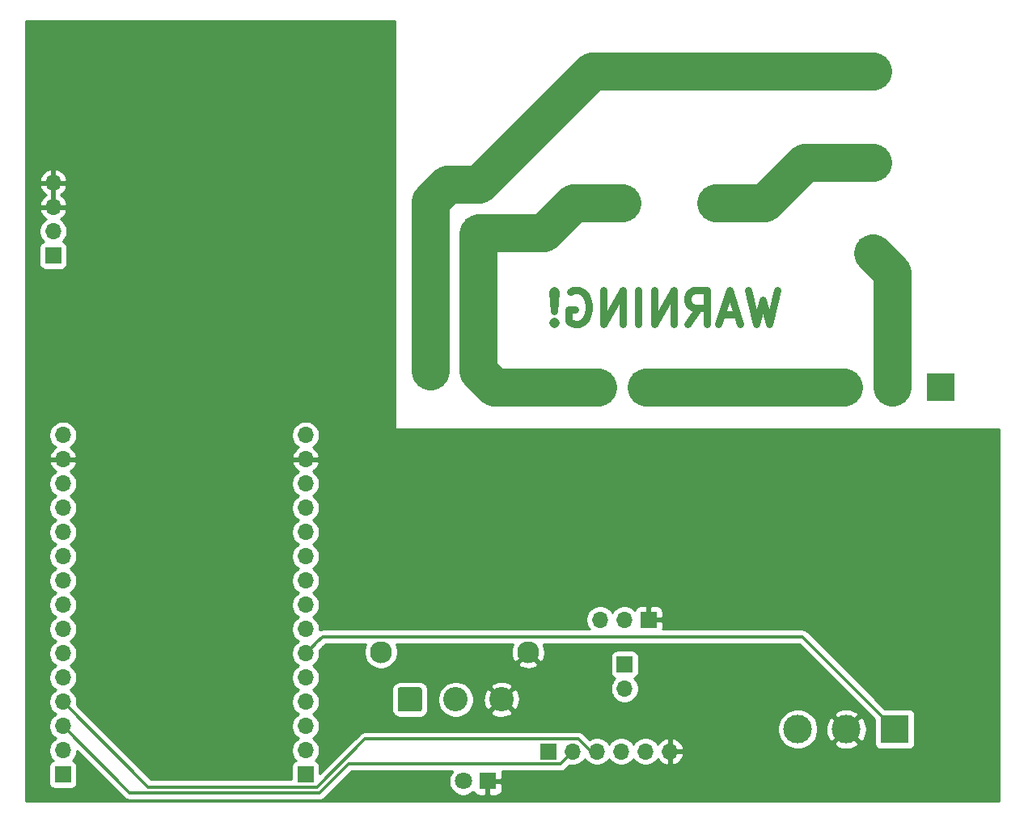
<source format=gbl>
G04 #@! TF.GenerationSoftware,KiCad,Pcbnew,(5.1.12)-1*
G04 #@! TF.CreationDate,2022-02-21T20:10:40-04:00*
G04 #@! TF.ProjectId,OMC_WIFI_PCB,4f4d435f-5749-4464-995f-5043422e6b69,rev?*
G04 #@! TF.SameCoordinates,Original*
G04 #@! TF.FileFunction,Copper,L2,Bot*
G04 #@! TF.FilePolarity,Positive*
%FSLAX46Y46*%
G04 Gerber Fmt 4.6, Leading zero omitted, Abs format (unit mm)*
G04 Created by KiCad (PCBNEW (5.1.12)-1) date 2022-02-21 20:10:40*
%MOMM*%
%LPD*%
G01*
G04 APERTURE LIST*
G04 #@! TA.AperFunction,NonConductor*
%ADD10C,0.800000*%
G04 #@! TD*
G04 #@! TA.AperFunction,ComponentPad*
%ADD11R,1.700000X1.700000*%
G04 #@! TD*
G04 #@! TA.AperFunction,ComponentPad*
%ADD12O,1.700000X1.700000*%
G04 #@! TD*
G04 #@! TA.AperFunction,ComponentPad*
%ADD13C,2.000000*%
G04 #@! TD*
G04 #@! TA.AperFunction,ComponentPad*
%ADD14R,3.000000X3.000000*%
G04 #@! TD*
G04 #@! TA.AperFunction,ComponentPad*
%ADD15C,3.000000*%
G04 #@! TD*
G04 #@! TA.AperFunction,ComponentPad*
%ADD16R,1.800000X1.800000*%
G04 #@! TD*
G04 #@! TA.AperFunction,ComponentPad*
%ADD17C,1.800000*%
G04 #@! TD*
G04 #@! TA.AperFunction,ComponentPad*
%ADD18C,2.300000*%
G04 #@! TD*
G04 #@! TA.AperFunction,ComponentPad*
%ADD19C,2.550000*%
G04 #@! TD*
G04 #@! TA.AperFunction,Conductor*
%ADD20C,0.300000*%
G04 #@! TD*
G04 #@! TA.AperFunction,Conductor*
%ADD21C,4.000000*%
G04 #@! TD*
G04 #@! TA.AperFunction,Conductor*
%ADD22C,0.254000*%
G04 #@! TD*
G04 #@! TA.AperFunction,Conductor*
%ADD23C,0.100000*%
G04 #@! TD*
G04 APERTURE END LIST*
D10*
X655893333Y953006666D02*
X655060000Y949506666D01*
X654393333Y952006666D01*
X653726666Y949506666D01*
X652893333Y953006666D01*
X651726666Y950506666D02*
X650060000Y950506666D01*
X652060000Y949506666D02*
X650893333Y953006666D01*
X649726666Y949506666D01*
X646560000Y949506666D02*
X647726666Y951173333D01*
X648560000Y949506666D02*
X648560000Y953006666D01*
X647226666Y953006666D01*
X646893333Y952840000D01*
X646726666Y952673333D01*
X646560000Y952340000D01*
X646560000Y951840000D01*
X646726666Y951506666D01*
X646893333Y951340000D01*
X647226666Y951173333D01*
X648560000Y951173333D01*
X645060000Y949506666D02*
X645060000Y953006666D01*
X643060000Y949506666D01*
X643060000Y953006666D01*
X641393333Y949506666D02*
X641393333Y953006666D01*
X639726666Y949506666D02*
X639726666Y953006666D01*
X637726666Y949506666D01*
X637726666Y953006666D01*
X634226666Y952840000D02*
X634560000Y953006666D01*
X635060000Y953006666D01*
X635560000Y952840000D01*
X635893333Y952506666D01*
X636060000Y952173333D01*
X636226666Y951506666D01*
X636226666Y951006666D01*
X636060000Y950340000D01*
X635893333Y950006666D01*
X635560000Y949673333D01*
X635060000Y949506666D01*
X634726666Y949506666D01*
X634226666Y949673333D01*
X634060000Y949840000D01*
X634060000Y951006666D01*
X634726666Y951006666D01*
X632560000Y949840000D02*
X632393333Y949673333D01*
X632560000Y949506666D01*
X632726666Y949673333D01*
X632560000Y949840000D01*
X632560000Y949506666D01*
X632560000Y950840000D02*
X632726666Y952840000D01*
X632560000Y953006666D01*
X632393333Y952840000D01*
X632560000Y950840000D01*
X632560000Y953006666D01*
D11*
X631970000Y904730000D03*
D12*
X634510000Y904730000D03*
X637050000Y904730000D03*
X639590000Y904730000D03*
X642130000Y904730000D03*
X644670000Y904730000D03*
X639930000Y911300000D03*
D11*
X639930000Y913840000D03*
D13*
X639690000Y962160000D03*
X634610000Y962170000D03*
X654570000Y962180000D03*
X649490000Y962190000D03*
D14*
X624700000Y959025000D03*
D15*
X624700000Y964105000D03*
X658060000Y907060000D03*
X663140000Y907060000D03*
D14*
X668220000Y907060000D03*
X642250000Y942900000D03*
D15*
X637170000Y942900000D03*
X662860000Y942900000D03*
X667940000Y942900000D03*
D14*
X673020000Y942900000D03*
D16*
X625585000Y901615000D03*
D17*
X623045000Y901615000D03*
D11*
X606540000Y902300000D03*
D12*
X606540000Y904840000D03*
X606540000Y907380000D03*
X606540000Y909920000D03*
X606540000Y912460000D03*
X606540000Y915000000D03*
X606540000Y917540000D03*
X606540000Y920080000D03*
X606540000Y922620000D03*
X606540000Y925160000D03*
X606540000Y927700000D03*
X606540000Y930240000D03*
X606540000Y932780000D03*
X606540000Y935320000D03*
X606540000Y937860000D03*
D11*
X581140000Y902300000D03*
D12*
X581140000Y904840000D03*
X581140000Y907380000D03*
X581140000Y909920000D03*
X581140000Y912460000D03*
X581140000Y915000000D03*
X581140000Y917540000D03*
X581140000Y920080000D03*
X581140000Y922620000D03*
X581140000Y925160000D03*
X581140000Y927700000D03*
X581140000Y930240000D03*
X581140000Y932780000D03*
X581140000Y935320000D03*
X581140000Y937860000D03*
D15*
X665900000Y975970000D03*
X665900000Y966440000D03*
D14*
X665900000Y956910000D03*
D12*
X637380000Y918530000D03*
X639920000Y918530000D03*
D11*
X642460000Y918530000D03*
D12*
X580125000Y964295000D03*
X580125000Y961755000D03*
X580125000Y959215000D03*
D11*
X580125000Y956675000D03*
D18*
X629825000Y915150000D03*
D14*
X624625000Y944550000D03*
D15*
X619625000Y944550000D03*
D18*
X614425000Y915150000D03*
D19*
X627060000Y910170000D03*
X622260000Y910170000D03*
G04 #@! TA.AperFunction,ComponentPad*
G36*
G01*
X616185000Y909144999D02*
X616185000Y911195001D01*
G75*
G02*
X616434999Y911445000I249999J0D01*
G01*
X618485001Y911445000D01*
G75*
G02*
X618735000Y911195001I0J-249999D01*
G01*
X618735000Y909144999D01*
G75*
G02*
X618485001Y908895000I-249999J0D01*
G01*
X616434999Y908895000D01*
G75*
G02*
X616185000Y909144999I0J249999D01*
G01*
G37*
G04 #@! TD.AperFunction*
D20*
X607789998Y916215000D02*
X606549999Y914975001D01*
X608324999Y916750001D02*
X607789998Y916215000D01*
X658529999Y916750001D02*
X608324999Y916750001D01*
X668220000Y907060000D02*
X658529999Y916750001D01*
X588120011Y900399989D02*
X581140000Y907380000D01*
X607998533Y900399989D02*
X588120011Y900399989D01*
X611028543Y903429999D02*
X607998533Y900399989D01*
X633209999Y903429999D02*
X611028543Y903429999D01*
X634510000Y904730000D02*
X633209999Y903429999D01*
X607750001Y900999999D02*
X590060001Y900999999D01*
X590060001Y900999999D02*
X581140000Y909920000D01*
X612780003Y906030001D02*
X607750001Y900999999D01*
X635134001Y906030001D02*
X612780003Y906030001D01*
X636434002Y904730000D02*
X635134001Y906030001D01*
X637050000Y904730000D02*
X636434002Y904730000D01*
D21*
X631465000Y959025000D02*
X624700000Y959025000D01*
X634610000Y962170000D02*
X631465000Y959025000D01*
X624625000Y958950000D02*
X624700000Y959025000D01*
X624625000Y944550000D02*
X624625000Y958950000D01*
X626275000Y942900000D02*
X624625000Y944550000D01*
X637170000Y942900000D02*
X626275000Y942900000D01*
X634620000Y962160000D02*
X634610000Y962170000D01*
X639690000Y962160000D02*
X634620000Y962160000D01*
X667940000Y954870000D02*
X665900000Y956910000D01*
X667940000Y942900000D02*
X667940000Y954870000D01*
X642250000Y942900000D02*
X662860000Y942900000D01*
X636565000Y975970000D02*
X624700000Y964105000D01*
X665900000Y975970000D02*
X636565000Y975970000D01*
X621379998Y964105000D02*
X624700000Y964105000D01*
X619625000Y962350002D02*
X621379998Y964105000D01*
X619625000Y944550000D02*
X619625000Y962350002D01*
X658830000Y966440000D02*
X654570000Y962180000D01*
X665900000Y966440000D02*
X658830000Y966440000D01*
X654560000Y962190000D02*
X654570000Y962180000D01*
X649490000Y962190000D02*
X654560000Y962190000D01*
D22*
X615843000Y938600000D02*
X615845440Y938575224D01*
X615852667Y938551399D01*
X615864403Y938529443D01*
X615880197Y938510197D01*
X615899443Y938494403D01*
X615921399Y938482667D01*
X615945224Y938475440D01*
X615970000Y938473000D01*
X679100000Y938473000D01*
X679100000Y899510000D01*
X577240000Y899510000D01*
X577240000Y903150000D01*
X579651928Y903150000D01*
X579651928Y901450000D01*
X579664188Y901325518D01*
X579700498Y901205820D01*
X579759463Y901095506D01*
X579838815Y900998815D01*
X579935506Y900919463D01*
X580045820Y900860498D01*
X580165518Y900824188D01*
X580290000Y900811928D01*
X581990000Y900811928D01*
X582114482Y900824188D01*
X582234180Y900860498D01*
X582344494Y900919463D01*
X582441185Y900998815D01*
X582520537Y901095506D01*
X582579502Y901205820D01*
X582615812Y901325518D01*
X582628072Y901450000D01*
X582628072Y903150000D01*
X582615812Y903274482D01*
X582579502Y903394180D01*
X582520537Y903504494D01*
X582441185Y903601185D01*
X582344494Y903680537D01*
X582234180Y903739502D01*
X582161620Y903761513D01*
X582293475Y903893368D01*
X582455990Y904136589D01*
X582567932Y904406842D01*
X582625000Y904693740D01*
X582625000Y904784843D01*
X587537669Y899872173D01*
X587562247Y899842225D01*
X587592195Y899817647D01*
X587592198Y899817644D01*
X587621570Y899793539D01*
X587681778Y899744127D01*
X587818151Y899671235D01*
X587931683Y899636795D01*
X587966123Y899626348D01*
X587980501Y899624932D01*
X588081450Y899614989D01*
X588081457Y899614989D01*
X588120010Y899611192D01*
X588158563Y899614989D01*
X607959980Y899614989D01*
X607998533Y899611192D01*
X608037086Y899614989D01*
X608037094Y899614989D01*
X608152420Y899626348D01*
X608300393Y899671235D01*
X608436766Y899744127D01*
X608556297Y899842225D01*
X608580880Y899872179D01*
X611353701Y902644999D01*
X621904182Y902644999D01*
X621852688Y902593505D01*
X621684701Y902342095D01*
X621568989Y902062743D01*
X621510000Y901766184D01*
X621510000Y901463816D01*
X621568989Y901167257D01*
X621684701Y900887905D01*
X621852688Y900636495D01*
X622066495Y900422688D01*
X622317905Y900254701D01*
X622597257Y900138989D01*
X622893816Y900080000D01*
X623196184Y900080000D01*
X623492743Y900138989D01*
X623772095Y900254701D01*
X624023505Y900422688D01*
X624089944Y900489127D01*
X624095498Y900470820D01*
X624154463Y900360506D01*
X624233815Y900263815D01*
X624330506Y900184463D01*
X624440820Y900125498D01*
X624560518Y900089188D01*
X624685000Y900076928D01*
X625299250Y900080000D01*
X625458000Y900238750D01*
X625458000Y901488000D01*
X625712000Y901488000D01*
X625712000Y900238750D01*
X625870750Y900080000D01*
X626485000Y900076928D01*
X626609482Y900089188D01*
X626729180Y900125498D01*
X626839494Y900184463D01*
X626936185Y900263815D01*
X627015537Y900360506D01*
X627074502Y900470820D01*
X627110812Y900590518D01*
X627123072Y900715000D01*
X627120000Y901329250D01*
X626961250Y901488000D01*
X625712000Y901488000D01*
X625458000Y901488000D01*
X625438000Y901488000D01*
X625438000Y901742000D01*
X625458000Y901742000D01*
X625458000Y901762000D01*
X625712000Y901762000D01*
X625712000Y901742000D01*
X626961250Y901742000D01*
X627120000Y901900750D01*
X627123072Y902515000D01*
X627110812Y902639482D01*
X627109138Y902644999D01*
X633171446Y902644999D01*
X633209999Y902641202D01*
X633248552Y902644999D01*
X633248560Y902644999D01*
X633363886Y902656358D01*
X633511859Y902701245D01*
X633648232Y902774137D01*
X633767763Y902872235D01*
X633792346Y902902189D01*
X634173082Y903282925D01*
X634363740Y903245000D01*
X634656260Y903245000D01*
X634943158Y903302068D01*
X635213411Y903414010D01*
X635456632Y903576525D01*
X635663475Y903783368D01*
X635780000Y903957760D01*
X635896525Y903783368D01*
X636103368Y903576525D01*
X636346589Y903414010D01*
X636616842Y903302068D01*
X636903740Y903245000D01*
X637196260Y903245000D01*
X637483158Y903302068D01*
X637753411Y903414010D01*
X637996632Y903576525D01*
X638203475Y903783368D01*
X638320000Y903957760D01*
X638436525Y903783368D01*
X638643368Y903576525D01*
X638886589Y903414010D01*
X639156842Y903302068D01*
X639443740Y903245000D01*
X639736260Y903245000D01*
X640023158Y903302068D01*
X640293411Y903414010D01*
X640536632Y903576525D01*
X640743475Y903783368D01*
X640860000Y903957760D01*
X640976525Y903783368D01*
X641183368Y903576525D01*
X641426589Y903414010D01*
X641696842Y903302068D01*
X641983740Y903245000D01*
X642276260Y903245000D01*
X642563158Y903302068D01*
X642833411Y903414010D01*
X643076632Y903576525D01*
X643283475Y903783368D01*
X643405195Y903965534D01*
X643474822Y903848645D01*
X643669731Y903632412D01*
X643903080Y903458359D01*
X644165901Y903333175D01*
X644313110Y903288524D01*
X644543000Y903409845D01*
X644543000Y904603000D01*
X644797000Y904603000D01*
X644797000Y903409845D01*
X645026890Y903288524D01*
X645174099Y903333175D01*
X645436920Y903458359D01*
X645670269Y903632412D01*
X645865178Y903848645D01*
X646014157Y904098748D01*
X646111481Y904373109D01*
X645990814Y904603000D01*
X644797000Y904603000D01*
X644543000Y904603000D01*
X644523000Y904603000D01*
X644523000Y904857000D01*
X644543000Y904857000D01*
X644543000Y906050155D01*
X644797000Y906050155D01*
X644797000Y904857000D01*
X645990814Y904857000D01*
X646111481Y905086891D01*
X646014157Y905361252D01*
X645865178Y905611355D01*
X645670269Y905827588D01*
X645436920Y906001641D01*
X645174099Y906126825D01*
X645026890Y906171476D01*
X644797000Y906050155D01*
X644543000Y906050155D01*
X644313110Y906171476D01*
X644165901Y906126825D01*
X643903080Y906001641D01*
X643669731Y905827588D01*
X643474822Y905611355D01*
X643405195Y905494466D01*
X643283475Y905676632D01*
X643076632Y905883475D01*
X642833411Y906045990D01*
X642563158Y906157932D01*
X642276260Y906215000D01*
X641983740Y906215000D01*
X641696842Y906157932D01*
X641426589Y906045990D01*
X641183368Y905883475D01*
X640976525Y905676632D01*
X640860000Y905502240D01*
X640743475Y905676632D01*
X640536632Y905883475D01*
X640293411Y906045990D01*
X640023158Y906157932D01*
X639736260Y906215000D01*
X639443740Y906215000D01*
X639156842Y906157932D01*
X638886589Y906045990D01*
X638643368Y905883475D01*
X638436525Y905676632D01*
X638320000Y905502240D01*
X638203475Y905676632D01*
X637996632Y905883475D01*
X637753411Y906045990D01*
X637483158Y906157932D01*
X637196260Y906215000D01*
X636903740Y906215000D01*
X636616842Y906157932D01*
X636346589Y906045990D01*
X636275602Y905998558D01*
X635716348Y906557811D01*
X635691765Y906587765D01*
X635572234Y906685863D01*
X635435861Y906758755D01*
X635287888Y906803642D01*
X635172562Y906815001D01*
X635172554Y906815001D01*
X635134001Y906818798D01*
X635095448Y906815001D01*
X612818555Y906815001D01*
X612780002Y906818798D01*
X612741449Y906815001D01*
X612741442Y906815001D01*
X612626116Y906803642D01*
X612478143Y906758755D01*
X612341770Y906685863D01*
X612281562Y906636451D01*
X612252190Y906612346D01*
X612252187Y906612343D01*
X612222239Y906587765D01*
X612197661Y906557817D01*
X608028072Y902388227D01*
X608028072Y903150000D01*
X608015812Y903274482D01*
X607979502Y903394180D01*
X607920537Y903504494D01*
X607841185Y903601185D01*
X607744494Y903680537D01*
X607634180Y903739502D01*
X607561620Y903761513D01*
X607693475Y903893368D01*
X607855990Y904136589D01*
X607967932Y904406842D01*
X608025000Y904693740D01*
X608025000Y904986260D01*
X607967932Y905273158D01*
X607855990Y905543411D01*
X607693475Y905786632D01*
X607486632Y905993475D01*
X607312240Y906110000D01*
X607486632Y906226525D01*
X607693475Y906433368D01*
X607855990Y906676589D01*
X607967932Y906946842D01*
X608025000Y907233740D01*
X608025000Y907270279D01*
X655925000Y907270279D01*
X655925000Y906849721D01*
X656007047Y906437244D01*
X656167988Y906048698D01*
X656401637Y905699017D01*
X656699017Y905401637D01*
X657048698Y905167988D01*
X657437244Y905007047D01*
X657849721Y904925000D01*
X658270279Y904925000D01*
X658682756Y905007047D01*
X659071302Y905167988D01*
X659420983Y905401637D01*
X659587693Y905568347D01*
X661827952Y905568347D01*
X661983962Y905252786D01*
X662358745Y905061980D01*
X662763551Y904947956D01*
X663182824Y904915098D01*
X663600451Y904964666D01*
X664000383Y905094757D01*
X664296038Y905252786D01*
X664452048Y905568347D01*
X663140000Y906880395D01*
X661827952Y905568347D01*
X659587693Y905568347D01*
X659718363Y905699017D01*
X659952012Y906048698D01*
X660112953Y906437244D01*
X660195000Y906849721D01*
X660195000Y907017176D01*
X660995098Y907017176D01*
X661044666Y906599549D01*
X661174757Y906199617D01*
X661332786Y905903962D01*
X661648347Y905747952D01*
X662960395Y907060000D01*
X663319605Y907060000D01*
X664631653Y905747952D01*
X664947214Y905903962D01*
X665138020Y906278745D01*
X665252044Y906683551D01*
X665284902Y907102824D01*
X665235334Y907520451D01*
X665105243Y907920383D01*
X664947214Y908216038D01*
X664631653Y908372048D01*
X663319605Y907060000D01*
X662960395Y907060000D01*
X661648347Y908372048D01*
X661332786Y908216038D01*
X661141980Y907841255D01*
X661027956Y907436449D01*
X660995098Y907017176D01*
X660195000Y907017176D01*
X660195000Y907270279D01*
X660112953Y907682756D01*
X659952012Y908071302D01*
X659718363Y908420983D01*
X659587693Y908551653D01*
X661827952Y908551653D01*
X663140000Y907239605D01*
X664452048Y908551653D01*
X664296038Y908867214D01*
X663921255Y909058020D01*
X663516449Y909172044D01*
X663097176Y909204902D01*
X662679549Y909155334D01*
X662279617Y909025243D01*
X661983962Y908867214D01*
X661827952Y908551653D01*
X659587693Y908551653D01*
X659420983Y908718363D01*
X659071302Y908952012D01*
X658682756Y909112953D01*
X658270279Y909195000D01*
X657849721Y909195000D01*
X657437244Y909112953D01*
X657048698Y908952012D01*
X656699017Y908718363D01*
X656401637Y908420983D01*
X656167988Y908071302D01*
X656007047Y907682756D01*
X655925000Y907270279D01*
X608025000Y907270279D01*
X608025000Y907526260D01*
X607967932Y907813158D01*
X607855990Y908083411D01*
X607693475Y908326632D01*
X607486632Y908533475D01*
X607312240Y908650000D01*
X607486632Y908766525D01*
X607693475Y908973368D01*
X607855990Y909216589D01*
X607967932Y909486842D01*
X608025000Y909773740D01*
X608025000Y910066260D01*
X607967932Y910353158D01*
X607855990Y910623411D01*
X607693475Y910866632D01*
X607486632Y911073475D01*
X607312240Y911190000D01*
X607319724Y911195001D01*
X615546928Y911195001D01*
X615546928Y909144999D01*
X615563992Y908971745D01*
X615614528Y908805149D01*
X615696595Y908651613D01*
X615807038Y908517038D01*
X615941613Y908406595D01*
X616095149Y908324528D01*
X616261745Y908273992D01*
X616434999Y908256928D01*
X618485001Y908256928D01*
X618658255Y908273992D01*
X618824851Y908324528D01*
X618978387Y908406595D01*
X619112962Y908517038D01*
X619223405Y908651613D01*
X619305472Y908805149D01*
X619356008Y908971745D01*
X619373072Y909144999D01*
X619373072Y910358119D01*
X620350000Y910358119D01*
X620350000Y909981881D01*
X620423400Y909612873D01*
X620567380Y909265276D01*
X620776406Y908952446D01*
X621042446Y908686406D01*
X621355276Y908477380D01*
X621702873Y908333400D01*
X622071881Y908260000D01*
X622448119Y908260000D01*
X622817127Y908333400D01*
X623164724Y908477380D01*
X623477554Y908686406D01*
X623629733Y908838585D01*
X625908190Y908838585D01*
X626037116Y908546055D01*
X626373586Y908377704D01*
X626736435Y908278229D01*
X627111718Y908251455D01*
X627485015Y908298409D01*
X627841978Y908417287D01*
X628082884Y908546055D01*
X628211810Y908838585D01*
X627060000Y909990395D01*
X625908190Y908838585D01*
X623629733Y908838585D01*
X623743594Y908952446D01*
X623952620Y909265276D01*
X624096600Y909612873D01*
X624170000Y909981881D01*
X624170000Y910118282D01*
X625141455Y910118282D01*
X625188409Y909744985D01*
X625307287Y909388022D01*
X625436055Y909147116D01*
X625728585Y909018190D01*
X626880395Y910170000D01*
X627239605Y910170000D01*
X628391415Y909018190D01*
X628683945Y909147116D01*
X628852296Y909483586D01*
X628951771Y909846435D01*
X628978545Y910221718D01*
X628931591Y910595015D01*
X628812713Y910951978D01*
X628683945Y911192884D01*
X628391415Y911321810D01*
X627239605Y910170000D01*
X626880395Y910170000D01*
X625728585Y911321810D01*
X625436055Y911192884D01*
X625267704Y910856414D01*
X625168229Y910493565D01*
X625141455Y910118282D01*
X624170000Y910118282D01*
X624170000Y910358119D01*
X624096600Y910727127D01*
X623952620Y911074724D01*
X623743594Y911387554D01*
X623629733Y911501415D01*
X625908190Y911501415D01*
X627060000Y910349605D01*
X628211810Y911501415D01*
X628082884Y911793945D01*
X627746414Y911962296D01*
X627383565Y912061771D01*
X627008282Y912088545D01*
X626634985Y912041591D01*
X626278022Y911922713D01*
X626037116Y911793945D01*
X625908190Y911501415D01*
X623629733Y911501415D01*
X623477554Y911653594D01*
X623164724Y911862620D01*
X622817127Y912006600D01*
X622448119Y912080000D01*
X622071881Y912080000D01*
X621702873Y912006600D01*
X621355276Y911862620D01*
X621042446Y911653594D01*
X620776406Y911387554D01*
X620567380Y911074724D01*
X620423400Y910727127D01*
X620350000Y910358119D01*
X619373072Y910358119D01*
X619373072Y911195001D01*
X619356008Y911368255D01*
X619305472Y911534851D01*
X619223405Y911688387D01*
X619112962Y911822962D01*
X618978387Y911933405D01*
X618824851Y912015472D01*
X618658255Y912066008D01*
X618485001Y912083072D01*
X616434999Y912083072D01*
X616261745Y912066008D01*
X616095149Y912015472D01*
X615941613Y911933405D01*
X615807038Y911822962D01*
X615696595Y911688387D01*
X615614528Y911534851D01*
X615563992Y911368255D01*
X615546928Y911195001D01*
X607319724Y911195001D01*
X607486632Y911306525D01*
X607693475Y911513368D01*
X607855990Y911756589D01*
X607967932Y912026842D01*
X608025000Y912313740D01*
X608025000Y912606260D01*
X607967932Y912893158D01*
X607855990Y913163411D01*
X607693475Y913406632D01*
X607486632Y913613475D01*
X607312240Y913730000D01*
X607486632Y913846525D01*
X607693475Y914053368D01*
X607855990Y914296589D01*
X607967932Y914566842D01*
X608025000Y914853740D01*
X608025000Y915146260D01*
X607992882Y915307726D01*
X608372343Y915687187D01*
X608372348Y915687193D01*
X608650156Y915965001D01*
X612830514Y915965001D01*
X612708596Y915670665D01*
X612640000Y915325807D01*
X612640000Y914974193D01*
X612708596Y914629335D01*
X612843153Y914304485D01*
X613038500Y914012129D01*
X613287129Y913763500D01*
X613579485Y913568153D01*
X613904335Y913433596D01*
X614249193Y913365000D01*
X614600807Y913365000D01*
X614945665Y913433596D01*
X615270515Y913568153D01*
X615562871Y913763500D01*
X615707022Y913907651D01*
X628762256Y913907651D01*
X628876118Y913627910D01*
X629191296Y913472039D01*
X629530826Y913380651D01*
X629881661Y913357259D01*
X630230319Y913402760D01*
X630563400Y913515406D01*
X630773882Y913627910D01*
X630887744Y913907651D01*
X629825000Y914970395D01*
X628762256Y913907651D01*
X615707022Y913907651D01*
X615811500Y914012129D01*
X616006847Y914304485D01*
X616141404Y914629335D01*
X616210000Y914974193D01*
X616210000Y915325807D01*
X616141404Y915670665D01*
X616019486Y915965001D01*
X628236699Y915965001D01*
X628147039Y915783704D01*
X628055651Y915444174D01*
X628032259Y915093339D01*
X628077760Y914744681D01*
X628190406Y914411600D01*
X628302910Y914201118D01*
X628582651Y914087256D01*
X629645395Y915150000D01*
X629631253Y915164143D01*
X629810858Y915343748D01*
X629825000Y915329605D01*
X629839143Y915343748D01*
X630018748Y915164143D01*
X630004605Y915150000D01*
X631067349Y914087256D01*
X631347090Y914201118D01*
X631502961Y914516296D01*
X631549715Y914690000D01*
X638441928Y914690000D01*
X638441928Y912990000D01*
X638454188Y912865518D01*
X638490498Y912745820D01*
X638549463Y912635506D01*
X638628815Y912538815D01*
X638725506Y912459463D01*
X638835820Y912400498D01*
X638908380Y912378487D01*
X638776525Y912246632D01*
X638614010Y912003411D01*
X638502068Y911733158D01*
X638445000Y911446260D01*
X638445000Y911153740D01*
X638502068Y910866842D01*
X638614010Y910596589D01*
X638776525Y910353368D01*
X638983368Y910146525D01*
X639226589Y909984010D01*
X639496842Y909872068D01*
X639783740Y909815000D01*
X640076260Y909815000D01*
X640363158Y909872068D01*
X640633411Y909984010D01*
X640876632Y910146525D01*
X641083475Y910353368D01*
X641245990Y910596589D01*
X641357932Y910866842D01*
X641415000Y911153740D01*
X641415000Y911446260D01*
X641357932Y911733158D01*
X641245990Y912003411D01*
X641083475Y912246632D01*
X640951620Y912378487D01*
X641024180Y912400498D01*
X641134494Y912459463D01*
X641231185Y912538815D01*
X641310537Y912635506D01*
X641369502Y912745820D01*
X641405812Y912865518D01*
X641418072Y912990000D01*
X641418072Y914690000D01*
X641405812Y914814482D01*
X641369502Y914934180D01*
X641310537Y915044494D01*
X641231185Y915141185D01*
X641134494Y915220537D01*
X641024180Y915279502D01*
X640904482Y915315812D01*
X640780000Y915328072D01*
X639080000Y915328072D01*
X638955518Y915315812D01*
X638835820Y915279502D01*
X638725506Y915220537D01*
X638628815Y915141185D01*
X638549463Y915044494D01*
X638490498Y914934180D01*
X638454188Y914814482D01*
X638441928Y914690000D01*
X631549715Y914690000D01*
X631594349Y914855826D01*
X631617741Y915206661D01*
X631572240Y915555319D01*
X631459594Y915888400D01*
X631418650Y915965001D01*
X658204842Y915965001D01*
X666081928Y908087915D01*
X666081928Y905560000D01*
X666094188Y905435518D01*
X666130498Y905315820D01*
X666189463Y905205506D01*
X666268815Y905108815D01*
X666365506Y905029463D01*
X666475820Y904970498D01*
X666595518Y904934188D01*
X666720000Y904921928D01*
X669720000Y904921928D01*
X669844482Y904934188D01*
X669964180Y904970498D01*
X670074494Y905029463D01*
X670171185Y905108815D01*
X670250537Y905205506D01*
X670309502Y905315820D01*
X670345812Y905435518D01*
X670358072Y905560000D01*
X670358072Y908560000D01*
X670345812Y908684482D01*
X670309502Y908804180D01*
X670250537Y908914494D01*
X670171185Y909011185D01*
X670074494Y909090537D01*
X669964180Y909149502D01*
X669844482Y909185812D01*
X669720000Y909198072D01*
X667192085Y909198072D01*
X659112346Y917277811D01*
X659087763Y917307765D01*
X658968232Y917405863D01*
X658831859Y917478755D01*
X658683886Y917523642D01*
X658568560Y917535001D01*
X658568552Y917535001D01*
X658529999Y917538798D01*
X658491446Y917535001D01*
X643929588Y917535001D01*
X643935812Y917555518D01*
X643948072Y917680000D01*
X643945000Y918244250D01*
X643786250Y918403000D01*
X642587000Y918403000D01*
X642587000Y918383000D01*
X642333000Y918383000D01*
X642333000Y918403000D01*
X642313000Y918403000D01*
X642313000Y918657000D01*
X642333000Y918657000D01*
X642333000Y919856250D01*
X642587000Y919856250D01*
X642587000Y918657000D01*
X643786250Y918657000D01*
X643945000Y918815750D01*
X643948072Y919380000D01*
X643935812Y919504482D01*
X643899502Y919624180D01*
X643840537Y919734494D01*
X643761185Y919831185D01*
X643664494Y919910537D01*
X643554180Y919969502D01*
X643434482Y920005812D01*
X643310000Y920018072D01*
X642745750Y920015000D01*
X642587000Y919856250D01*
X642333000Y919856250D01*
X642174250Y920015000D01*
X641610000Y920018072D01*
X641485518Y920005812D01*
X641365820Y919969502D01*
X641255506Y919910537D01*
X641158815Y919831185D01*
X641079463Y919734494D01*
X641020498Y919624180D01*
X640998487Y919551620D01*
X640866632Y919683475D01*
X640623411Y919845990D01*
X640353158Y919957932D01*
X640066260Y920015000D01*
X639773740Y920015000D01*
X639486842Y919957932D01*
X639216589Y919845990D01*
X638973368Y919683475D01*
X638766525Y919476632D01*
X638650000Y919302240D01*
X638533475Y919476632D01*
X638326632Y919683475D01*
X638083411Y919845990D01*
X637813158Y919957932D01*
X637526260Y920015000D01*
X637233740Y920015000D01*
X636946842Y919957932D01*
X636676589Y919845990D01*
X636433368Y919683475D01*
X636226525Y919476632D01*
X636064010Y919233411D01*
X635952068Y918963158D01*
X635895000Y918676260D01*
X635895000Y918383740D01*
X635952068Y918096842D01*
X636064010Y917826589D01*
X636226525Y917583368D01*
X636274892Y917535001D01*
X608363555Y917535001D01*
X608324999Y917538798D01*
X608286443Y917535001D01*
X608286438Y917535001D01*
X608246025Y917531021D01*
X608171112Y917523643D01*
X608025000Y917479320D01*
X608025000Y917686260D01*
X607967932Y917973158D01*
X607855990Y918243411D01*
X607693475Y918486632D01*
X607486632Y918693475D01*
X607312240Y918810000D01*
X607486632Y918926525D01*
X607693475Y919133368D01*
X607855990Y919376589D01*
X607967932Y919646842D01*
X608025000Y919933740D01*
X608025000Y920226260D01*
X607967932Y920513158D01*
X607855990Y920783411D01*
X607693475Y921026632D01*
X607486632Y921233475D01*
X607312240Y921350000D01*
X607486632Y921466525D01*
X607693475Y921673368D01*
X607855990Y921916589D01*
X607967932Y922186842D01*
X608025000Y922473740D01*
X608025000Y922766260D01*
X607967932Y923053158D01*
X607855990Y923323411D01*
X607693475Y923566632D01*
X607486632Y923773475D01*
X607312240Y923890000D01*
X607486632Y924006525D01*
X607693475Y924213368D01*
X607855990Y924456589D01*
X607967932Y924726842D01*
X608025000Y925013740D01*
X608025000Y925306260D01*
X607967932Y925593158D01*
X607855990Y925863411D01*
X607693475Y926106632D01*
X607486632Y926313475D01*
X607312240Y926430000D01*
X607486632Y926546525D01*
X607693475Y926753368D01*
X607855990Y926996589D01*
X607967932Y927266842D01*
X608025000Y927553740D01*
X608025000Y927846260D01*
X607967932Y928133158D01*
X607855990Y928403411D01*
X607693475Y928646632D01*
X607486632Y928853475D01*
X607312240Y928970000D01*
X607486632Y929086525D01*
X607693475Y929293368D01*
X607855990Y929536589D01*
X607967932Y929806842D01*
X608025000Y930093740D01*
X608025000Y930386260D01*
X607967932Y930673158D01*
X607855990Y930943411D01*
X607693475Y931186632D01*
X607486632Y931393475D01*
X607312240Y931510000D01*
X607486632Y931626525D01*
X607693475Y931833368D01*
X607855990Y932076589D01*
X607967932Y932346842D01*
X608025000Y932633740D01*
X608025000Y932926260D01*
X607967932Y933213158D01*
X607855990Y933483411D01*
X607693475Y933726632D01*
X607486632Y933933475D01*
X607304466Y934055195D01*
X607421355Y934124822D01*
X607637588Y934319731D01*
X607811641Y934553080D01*
X607936825Y934815901D01*
X607981476Y934963110D01*
X607860155Y935193000D01*
X606667000Y935193000D01*
X606667000Y935173000D01*
X606413000Y935173000D01*
X606413000Y935193000D01*
X605219845Y935193000D01*
X605098524Y934963110D01*
X605143175Y934815901D01*
X605268359Y934553080D01*
X605442412Y934319731D01*
X605658645Y934124822D01*
X605775534Y934055195D01*
X605593368Y933933475D01*
X605386525Y933726632D01*
X605224010Y933483411D01*
X605112068Y933213158D01*
X605055000Y932926260D01*
X605055000Y932633740D01*
X605112068Y932346842D01*
X605224010Y932076589D01*
X605386525Y931833368D01*
X605593368Y931626525D01*
X605767760Y931510000D01*
X605593368Y931393475D01*
X605386525Y931186632D01*
X605224010Y930943411D01*
X605112068Y930673158D01*
X605055000Y930386260D01*
X605055000Y930093740D01*
X605112068Y929806842D01*
X605224010Y929536589D01*
X605386525Y929293368D01*
X605593368Y929086525D01*
X605767760Y928970000D01*
X605593368Y928853475D01*
X605386525Y928646632D01*
X605224010Y928403411D01*
X605112068Y928133158D01*
X605055000Y927846260D01*
X605055000Y927553740D01*
X605112068Y927266842D01*
X605224010Y926996589D01*
X605386525Y926753368D01*
X605593368Y926546525D01*
X605767760Y926430000D01*
X605593368Y926313475D01*
X605386525Y926106632D01*
X605224010Y925863411D01*
X605112068Y925593158D01*
X605055000Y925306260D01*
X605055000Y925013740D01*
X605112068Y924726842D01*
X605224010Y924456589D01*
X605386525Y924213368D01*
X605593368Y924006525D01*
X605767760Y923890000D01*
X605593368Y923773475D01*
X605386525Y923566632D01*
X605224010Y923323411D01*
X605112068Y923053158D01*
X605055000Y922766260D01*
X605055000Y922473740D01*
X605112068Y922186842D01*
X605224010Y921916589D01*
X605386525Y921673368D01*
X605593368Y921466525D01*
X605767760Y921350000D01*
X605593368Y921233475D01*
X605386525Y921026632D01*
X605224010Y920783411D01*
X605112068Y920513158D01*
X605055000Y920226260D01*
X605055000Y919933740D01*
X605112068Y919646842D01*
X605224010Y919376589D01*
X605386525Y919133368D01*
X605593368Y918926525D01*
X605767760Y918810000D01*
X605593368Y918693475D01*
X605386525Y918486632D01*
X605224010Y918243411D01*
X605112068Y917973158D01*
X605055000Y917686260D01*
X605055000Y917393740D01*
X605112068Y917106842D01*
X605224010Y916836589D01*
X605386525Y916593368D01*
X605593368Y916386525D01*
X605767760Y916270000D01*
X605593368Y916153475D01*
X605386525Y915946632D01*
X605224010Y915703411D01*
X605112068Y915433158D01*
X605055000Y915146260D01*
X605055000Y914853740D01*
X605112068Y914566842D01*
X605224010Y914296589D01*
X605386525Y914053368D01*
X605593368Y913846525D01*
X605767760Y913730000D01*
X605593368Y913613475D01*
X605386525Y913406632D01*
X605224010Y913163411D01*
X605112068Y912893158D01*
X605055000Y912606260D01*
X605055000Y912313740D01*
X605112068Y912026842D01*
X605224010Y911756589D01*
X605386525Y911513368D01*
X605593368Y911306525D01*
X605767760Y911190000D01*
X605593368Y911073475D01*
X605386525Y910866632D01*
X605224010Y910623411D01*
X605112068Y910353158D01*
X605055000Y910066260D01*
X605055000Y909773740D01*
X605112068Y909486842D01*
X605224010Y909216589D01*
X605386525Y908973368D01*
X605593368Y908766525D01*
X605767760Y908650000D01*
X605593368Y908533475D01*
X605386525Y908326632D01*
X605224010Y908083411D01*
X605112068Y907813158D01*
X605055000Y907526260D01*
X605055000Y907233740D01*
X605112068Y906946842D01*
X605224010Y906676589D01*
X605386525Y906433368D01*
X605593368Y906226525D01*
X605767760Y906110000D01*
X605593368Y905993475D01*
X605386525Y905786632D01*
X605224010Y905543411D01*
X605112068Y905273158D01*
X605055000Y904986260D01*
X605055000Y904693740D01*
X605112068Y904406842D01*
X605224010Y904136589D01*
X605386525Y903893368D01*
X605518380Y903761513D01*
X605445820Y903739502D01*
X605335506Y903680537D01*
X605238815Y903601185D01*
X605159463Y903504494D01*
X605100498Y903394180D01*
X605064188Y903274482D01*
X605051928Y903150000D01*
X605051928Y901784999D01*
X590385159Y901784999D01*
X582587075Y909583082D01*
X582625000Y909773740D01*
X582625000Y910066260D01*
X582567932Y910353158D01*
X582455990Y910623411D01*
X582293475Y910866632D01*
X582086632Y911073475D01*
X581912240Y911190000D01*
X582086632Y911306525D01*
X582293475Y911513368D01*
X582455990Y911756589D01*
X582567932Y912026842D01*
X582625000Y912313740D01*
X582625000Y912606260D01*
X582567932Y912893158D01*
X582455990Y913163411D01*
X582293475Y913406632D01*
X582086632Y913613475D01*
X581912240Y913730000D01*
X582086632Y913846525D01*
X582293475Y914053368D01*
X582455990Y914296589D01*
X582567932Y914566842D01*
X582625000Y914853740D01*
X582625000Y915146260D01*
X582567932Y915433158D01*
X582455990Y915703411D01*
X582293475Y915946632D01*
X582086632Y916153475D01*
X581912240Y916270000D01*
X582086632Y916386525D01*
X582293475Y916593368D01*
X582455990Y916836589D01*
X582567932Y917106842D01*
X582625000Y917393740D01*
X582625000Y917686260D01*
X582567932Y917973158D01*
X582455990Y918243411D01*
X582293475Y918486632D01*
X582086632Y918693475D01*
X581912240Y918810000D01*
X582086632Y918926525D01*
X582293475Y919133368D01*
X582455990Y919376589D01*
X582567932Y919646842D01*
X582625000Y919933740D01*
X582625000Y920226260D01*
X582567932Y920513158D01*
X582455990Y920783411D01*
X582293475Y921026632D01*
X582086632Y921233475D01*
X581912240Y921350000D01*
X582086632Y921466525D01*
X582293475Y921673368D01*
X582455990Y921916589D01*
X582567932Y922186842D01*
X582625000Y922473740D01*
X582625000Y922766260D01*
X582567932Y923053158D01*
X582455990Y923323411D01*
X582293475Y923566632D01*
X582086632Y923773475D01*
X581912240Y923890000D01*
X582086632Y924006525D01*
X582293475Y924213368D01*
X582455990Y924456589D01*
X582567932Y924726842D01*
X582625000Y925013740D01*
X582625000Y925306260D01*
X582567932Y925593158D01*
X582455990Y925863411D01*
X582293475Y926106632D01*
X582086632Y926313475D01*
X581912240Y926430000D01*
X582086632Y926546525D01*
X582293475Y926753368D01*
X582455990Y926996589D01*
X582567932Y927266842D01*
X582625000Y927553740D01*
X582625000Y927846260D01*
X582567932Y928133158D01*
X582455990Y928403411D01*
X582293475Y928646632D01*
X582086632Y928853475D01*
X581912240Y928970000D01*
X582086632Y929086525D01*
X582293475Y929293368D01*
X582455990Y929536589D01*
X582567932Y929806842D01*
X582625000Y930093740D01*
X582625000Y930386260D01*
X582567932Y930673158D01*
X582455990Y930943411D01*
X582293475Y931186632D01*
X582086632Y931393475D01*
X581912240Y931510000D01*
X582086632Y931626525D01*
X582293475Y931833368D01*
X582455990Y932076589D01*
X582567932Y932346842D01*
X582625000Y932633740D01*
X582625000Y932926260D01*
X582567932Y933213158D01*
X582455990Y933483411D01*
X582293475Y933726632D01*
X582086632Y933933475D01*
X581904466Y934055195D01*
X582021355Y934124822D01*
X582237588Y934319731D01*
X582411641Y934553080D01*
X582536825Y934815901D01*
X582581476Y934963110D01*
X582460155Y935193000D01*
X581267000Y935193000D01*
X581267000Y935173000D01*
X581013000Y935173000D01*
X581013000Y935193000D01*
X579819845Y935193000D01*
X579698524Y934963110D01*
X579743175Y934815901D01*
X579868359Y934553080D01*
X580042412Y934319731D01*
X580258645Y934124822D01*
X580375534Y934055195D01*
X580193368Y933933475D01*
X579986525Y933726632D01*
X579824010Y933483411D01*
X579712068Y933213158D01*
X579655000Y932926260D01*
X579655000Y932633740D01*
X579712068Y932346842D01*
X579824010Y932076589D01*
X579986525Y931833368D01*
X580193368Y931626525D01*
X580367760Y931510000D01*
X580193368Y931393475D01*
X579986525Y931186632D01*
X579824010Y930943411D01*
X579712068Y930673158D01*
X579655000Y930386260D01*
X579655000Y930093740D01*
X579712068Y929806842D01*
X579824010Y929536589D01*
X579986525Y929293368D01*
X580193368Y929086525D01*
X580367760Y928970000D01*
X580193368Y928853475D01*
X579986525Y928646632D01*
X579824010Y928403411D01*
X579712068Y928133158D01*
X579655000Y927846260D01*
X579655000Y927553740D01*
X579712068Y927266842D01*
X579824010Y926996589D01*
X579986525Y926753368D01*
X580193368Y926546525D01*
X580367760Y926430000D01*
X580193368Y926313475D01*
X579986525Y926106632D01*
X579824010Y925863411D01*
X579712068Y925593158D01*
X579655000Y925306260D01*
X579655000Y925013740D01*
X579712068Y924726842D01*
X579824010Y924456589D01*
X579986525Y924213368D01*
X580193368Y924006525D01*
X580367760Y923890000D01*
X580193368Y923773475D01*
X579986525Y923566632D01*
X579824010Y923323411D01*
X579712068Y923053158D01*
X579655000Y922766260D01*
X579655000Y922473740D01*
X579712068Y922186842D01*
X579824010Y921916589D01*
X579986525Y921673368D01*
X580193368Y921466525D01*
X580367760Y921350000D01*
X580193368Y921233475D01*
X579986525Y921026632D01*
X579824010Y920783411D01*
X579712068Y920513158D01*
X579655000Y920226260D01*
X579655000Y919933740D01*
X579712068Y919646842D01*
X579824010Y919376589D01*
X579986525Y919133368D01*
X580193368Y918926525D01*
X580367760Y918810000D01*
X580193368Y918693475D01*
X579986525Y918486632D01*
X579824010Y918243411D01*
X579712068Y917973158D01*
X579655000Y917686260D01*
X579655000Y917393740D01*
X579712068Y917106842D01*
X579824010Y916836589D01*
X579986525Y916593368D01*
X580193368Y916386525D01*
X580367760Y916270000D01*
X580193368Y916153475D01*
X579986525Y915946632D01*
X579824010Y915703411D01*
X579712068Y915433158D01*
X579655000Y915146260D01*
X579655000Y914853740D01*
X579712068Y914566842D01*
X579824010Y914296589D01*
X579986525Y914053368D01*
X580193368Y913846525D01*
X580367760Y913730000D01*
X580193368Y913613475D01*
X579986525Y913406632D01*
X579824010Y913163411D01*
X579712068Y912893158D01*
X579655000Y912606260D01*
X579655000Y912313740D01*
X579712068Y912026842D01*
X579824010Y911756589D01*
X579986525Y911513368D01*
X580193368Y911306525D01*
X580367760Y911190000D01*
X580193368Y911073475D01*
X579986525Y910866632D01*
X579824010Y910623411D01*
X579712068Y910353158D01*
X579655000Y910066260D01*
X579655000Y909773740D01*
X579712068Y909486842D01*
X579824010Y909216589D01*
X579986525Y908973368D01*
X580193368Y908766525D01*
X580367760Y908650000D01*
X580193368Y908533475D01*
X579986525Y908326632D01*
X579824010Y908083411D01*
X579712068Y907813158D01*
X579655000Y907526260D01*
X579655000Y907233740D01*
X579712068Y906946842D01*
X579824010Y906676589D01*
X579986525Y906433368D01*
X580193368Y906226525D01*
X580367760Y906110000D01*
X580193368Y905993475D01*
X579986525Y905786632D01*
X579824010Y905543411D01*
X579712068Y905273158D01*
X579655000Y904986260D01*
X579655000Y904693740D01*
X579712068Y904406842D01*
X579824010Y904136589D01*
X579986525Y903893368D01*
X580118380Y903761513D01*
X580045820Y903739502D01*
X579935506Y903680537D01*
X579838815Y903601185D01*
X579759463Y903504494D01*
X579700498Y903394180D01*
X579664188Y903274482D01*
X579651928Y903150000D01*
X577240000Y903150000D01*
X577240000Y938006260D01*
X579655000Y938006260D01*
X579655000Y937713740D01*
X579712068Y937426842D01*
X579824010Y937156589D01*
X579986525Y936913368D01*
X580193368Y936706525D01*
X580375534Y936584805D01*
X580258645Y936515178D01*
X580042412Y936320269D01*
X579868359Y936086920D01*
X579743175Y935824099D01*
X579698524Y935676890D01*
X579819845Y935447000D01*
X581013000Y935447000D01*
X581013000Y935467000D01*
X581267000Y935467000D01*
X581267000Y935447000D01*
X582460155Y935447000D01*
X582581476Y935676890D01*
X582536825Y935824099D01*
X582411641Y936086920D01*
X582237588Y936320269D01*
X582021355Y936515178D01*
X581904466Y936584805D01*
X582086632Y936706525D01*
X582293475Y936913368D01*
X582455990Y937156589D01*
X582567932Y937426842D01*
X582625000Y937713740D01*
X582625000Y938006260D01*
X605055000Y938006260D01*
X605055000Y937713740D01*
X605112068Y937426842D01*
X605224010Y937156589D01*
X605386525Y936913368D01*
X605593368Y936706525D01*
X605775534Y936584805D01*
X605658645Y936515178D01*
X605442412Y936320269D01*
X605268359Y936086920D01*
X605143175Y935824099D01*
X605098524Y935676890D01*
X605219845Y935447000D01*
X606413000Y935447000D01*
X606413000Y935467000D01*
X606667000Y935467000D01*
X606667000Y935447000D01*
X607860155Y935447000D01*
X607981476Y935676890D01*
X607936825Y935824099D01*
X607811641Y936086920D01*
X607637588Y936320269D01*
X607421355Y936515178D01*
X607304466Y936584805D01*
X607486632Y936706525D01*
X607693475Y936913368D01*
X607855990Y937156589D01*
X607967932Y937426842D01*
X608025000Y937713740D01*
X608025000Y938006260D01*
X607967932Y938293158D01*
X607855990Y938563411D01*
X607693475Y938806632D01*
X607486632Y939013475D01*
X607243411Y939175990D01*
X606973158Y939287932D01*
X606686260Y939345000D01*
X606393740Y939345000D01*
X606106842Y939287932D01*
X605836589Y939175990D01*
X605593368Y939013475D01*
X605386525Y938806632D01*
X605224010Y938563411D01*
X605112068Y938293158D01*
X605055000Y938006260D01*
X582625000Y938006260D01*
X582567932Y938293158D01*
X582455990Y938563411D01*
X582293475Y938806632D01*
X582086632Y939013475D01*
X581843411Y939175990D01*
X581573158Y939287932D01*
X581286260Y939345000D01*
X580993740Y939345000D01*
X580706842Y939287932D01*
X580436589Y939175990D01*
X580193368Y939013475D01*
X579986525Y938806632D01*
X579824010Y938563411D01*
X579712068Y938293158D01*
X579655000Y938006260D01*
X577240000Y938006260D01*
X577240000Y957525000D01*
X578636928Y957525000D01*
X578636928Y955825000D01*
X578649188Y955700518D01*
X578685498Y955580820D01*
X578744463Y955470506D01*
X578823815Y955373815D01*
X578920506Y955294463D01*
X579030820Y955235498D01*
X579150518Y955199188D01*
X579275000Y955186928D01*
X580975000Y955186928D01*
X581099482Y955199188D01*
X581219180Y955235498D01*
X581329494Y955294463D01*
X581426185Y955373815D01*
X581505537Y955470506D01*
X581564502Y955580820D01*
X581600812Y955700518D01*
X581613072Y955825000D01*
X581613072Y957525000D01*
X581600812Y957649482D01*
X581564502Y957769180D01*
X581505537Y957879494D01*
X581426185Y957976185D01*
X581329494Y958055537D01*
X581219180Y958114502D01*
X581146620Y958136513D01*
X581278475Y958268368D01*
X581440990Y958511589D01*
X581552932Y958781842D01*
X581610000Y959068740D01*
X581610000Y959361260D01*
X581552932Y959648158D01*
X581440990Y959918411D01*
X581278475Y960161632D01*
X581071632Y960368475D01*
X580889466Y960490195D01*
X581006355Y960559822D01*
X581222588Y960754731D01*
X581396641Y960988080D01*
X581521825Y961250901D01*
X581566476Y961398110D01*
X581445155Y961628000D01*
X580252000Y961628000D01*
X580252000Y961608000D01*
X579998000Y961608000D01*
X579998000Y961628000D01*
X578804845Y961628000D01*
X578683524Y961398110D01*
X578728175Y961250901D01*
X578853359Y960988080D01*
X579027412Y960754731D01*
X579243645Y960559822D01*
X579360534Y960490195D01*
X579178368Y960368475D01*
X578971525Y960161632D01*
X578809010Y959918411D01*
X578697068Y959648158D01*
X578640000Y959361260D01*
X578640000Y959068740D01*
X578697068Y958781842D01*
X578809010Y958511589D01*
X578971525Y958268368D01*
X579103380Y958136513D01*
X579030820Y958114502D01*
X578920506Y958055537D01*
X578823815Y957976185D01*
X578744463Y957879494D01*
X578685498Y957769180D01*
X578649188Y957649482D01*
X578636928Y957525000D01*
X577240000Y957525000D01*
X577240000Y963938110D01*
X578683524Y963938110D01*
X578728175Y963790901D01*
X578853359Y963528080D01*
X579027412Y963294731D01*
X579243645Y963099822D01*
X579369255Y963025000D01*
X579243645Y962950178D01*
X579027412Y962755269D01*
X578853359Y962521920D01*
X578728175Y962259099D01*
X578683524Y962111890D01*
X578804845Y961882000D01*
X579998000Y961882000D01*
X579998000Y964168000D01*
X580252000Y964168000D01*
X580252000Y961882000D01*
X581445155Y961882000D01*
X581566476Y962111890D01*
X581521825Y962259099D01*
X581396641Y962521920D01*
X581222588Y962755269D01*
X581006355Y962950178D01*
X580880745Y963025000D01*
X581006355Y963099822D01*
X581222588Y963294731D01*
X581396641Y963528080D01*
X581521825Y963790901D01*
X581566476Y963938110D01*
X581445155Y964168000D01*
X580252000Y964168000D01*
X579998000Y964168000D01*
X578804845Y964168000D01*
X578683524Y963938110D01*
X577240000Y963938110D01*
X577240000Y964651890D01*
X578683524Y964651890D01*
X578804845Y964422000D01*
X579998000Y964422000D01*
X579998000Y965615814D01*
X580252000Y965615814D01*
X580252000Y964422000D01*
X581445155Y964422000D01*
X581566476Y964651890D01*
X581521825Y964799099D01*
X581396641Y965061920D01*
X581222588Y965295269D01*
X581006355Y965490178D01*
X580756252Y965639157D01*
X580481891Y965736481D01*
X580252000Y965615814D01*
X579998000Y965615814D01*
X579768109Y965736481D01*
X579493748Y965639157D01*
X579243645Y965490178D01*
X579027412Y965295269D01*
X578853359Y965061920D01*
X578728175Y964799099D01*
X578683524Y964651890D01*
X577240000Y964651890D01*
X577240000Y981270000D01*
X615843000Y981270000D01*
X615843000Y938600000D01*
G04 #@! TA.AperFunction,Conductor*
D23*
G36*
X615843000Y938600000D02*
G01*
X615845440Y938575224D01*
X615852667Y938551399D01*
X615864403Y938529443D01*
X615880197Y938510197D01*
X615899443Y938494403D01*
X615921399Y938482667D01*
X615945224Y938475440D01*
X615970000Y938473000D01*
X679100000Y938473000D01*
X679100000Y899510000D01*
X577240000Y899510000D01*
X577240000Y903150000D01*
X579651928Y903150000D01*
X579651928Y901450000D01*
X579664188Y901325518D01*
X579700498Y901205820D01*
X579759463Y901095506D01*
X579838815Y900998815D01*
X579935506Y900919463D01*
X580045820Y900860498D01*
X580165518Y900824188D01*
X580290000Y900811928D01*
X581990000Y900811928D01*
X582114482Y900824188D01*
X582234180Y900860498D01*
X582344494Y900919463D01*
X582441185Y900998815D01*
X582520537Y901095506D01*
X582579502Y901205820D01*
X582615812Y901325518D01*
X582628072Y901450000D01*
X582628072Y903150000D01*
X582615812Y903274482D01*
X582579502Y903394180D01*
X582520537Y903504494D01*
X582441185Y903601185D01*
X582344494Y903680537D01*
X582234180Y903739502D01*
X582161620Y903761513D01*
X582293475Y903893368D01*
X582455990Y904136589D01*
X582567932Y904406842D01*
X582625000Y904693740D01*
X582625000Y904784843D01*
X587537669Y899872173D01*
X587562247Y899842225D01*
X587592195Y899817647D01*
X587592198Y899817644D01*
X587621570Y899793539D01*
X587681778Y899744127D01*
X587818151Y899671235D01*
X587931683Y899636795D01*
X587966123Y899626348D01*
X587980501Y899624932D01*
X588081450Y899614989D01*
X588081457Y899614989D01*
X588120010Y899611192D01*
X588158563Y899614989D01*
X607959980Y899614989D01*
X607998533Y899611192D01*
X608037086Y899614989D01*
X608037094Y899614989D01*
X608152420Y899626348D01*
X608300393Y899671235D01*
X608436766Y899744127D01*
X608556297Y899842225D01*
X608580880Y899872179D01*
X611353701Y902644999D01*
X621904182Y902644999D01*
X621852688Y902593505D01*
X621684701Y902342095D01*
X621568989Y902062743D01*
X621510000Y901766184D01*
X621510000Y901463816D01*
X621568989Y901167257D01*
X621684701Y900887905D01*
X621852688Y900636495D01*
X622066495Y900422688D01*
X622317905Y900254701D01*
X622597257Y900138989D01*
X622893816Y900080000D01*
X623196184Y900080000D01*
X623492743Y900138989D01*
X623772095Y900254701D01*
X624023505Y900422688D01*
X624089944Y900489127D01*
X624095498Y900470820D01*
X624154463Y900360506D01*
X624233815Y900263815D01*
X624330506Y900184463D01*
X624440820Y900125498D01*
X624560518Y900089188D01*
X624685000Y900076928D01*
X625299250Y900080000D01*
X625458000Y900238750D01*
X625458000Y901488000D01*
X625712000Y901488000D01*
X625712000Y900238750D01*
X625870750Y900080000D01*
X626485000Y900076928D01*
X626609482Y900089188D01*
X626729180Y900125498D01*
X626839494Y900184463D01*
X626936185Y900263815D01*
X627015537Y900360506D01*
X627074502Y900470820D01*
X627110812Y900590518D01*
X627123072Y900715000D01*
X627120000Y901329250D01*
X626961250Y901488000D01*
X625712000Y901488000D01*
X625458000Y901488000D01*
X625438000Y901488000D01*
X625438000Y901742000D01*
X625458000Y901742000D01*
X625458000Y901762000D01*
X625712000Y901762000D01*
X625712000Y901742000D01*
X626961250Y901742000D01*
X627120000Y901900750D01*
X627123072Y902515000D01*
X627110812Y902639482D01*
X627109138Y902644999D01*
X633171446Y902644999D01*
X633209999Y902641202D01*
X633248552Y902644999D01*
X633248560Y902644999D01*
X633363886Y902656358D01*
X633511859Y902701245D01*
X633648232Y902774137D01*
X633767763Y902872235D01*
X633792346Y902902189D01*
X634173082Y903282925D01*
X634363740Y903245000D01*
X634656260Y903245000D01*
X634943158Y903302068D01*
X635213411Y903414010D01*
X635456632Y903576525D01*
X635663475Y903783368D01*
X635780000Y903957760D01*
X635896525Y903783368D01*
X636103368Y903576525D01*
X636346589Y903414010D01*
X636616842Y903302068D01*
X636903740Y903245000D01*
X637196260Y903245000D01*
X637483158Y903302068D01*
X637753411Y903414010D01*
X637996632Y903576525D01*
X638203475Y903783368D01*
X638320000Y903957760D01*
X638436525Y903783368D01*
X638643368Y903576525D01*
X638886589Y903414010D01*
X639156842Y903302068D01*
X639443740Y903245000D01*
X639736260Y903245000D01*
X640023158Y903302068D01*
X640293411Y903414010D01*
X640536632Y903576525D01*
X640743475Y903783368D01*
X640860000Y903957760D01*
X640976525Y903783368D01*
X641183368Y903576525D01*
X641426589Y903414010D01*
X641696842Y903302068D01*
X641983740Y903245000D01*
X642276260Y903245000D01*
X642563158Y903302068D01*
X642833411Y903414010D01*
X643076632Y903576525D01*
X643283475Y903783368D01*
X643405195Y903965534D01*
X643474822Y903848645D01*
X643669731Y903632412D01*
X643903080Y903458359D01*
X644165901Y903333175D01*
X644313110Y903288524D01*
X644543000Y903409845D01*
X644543000Y904603000D01*
X644797000Y904603000D01*
X644797000Y903409845D01*
X645026890Y903288524D01*
X645174099Y903333175D01*
X645436920Y903458359D01*
X645670269Y903632412D01*
X645865178Y903848645D01*
X646014157Y904098748D01*
X646111481Y904373109D01*
X645990814Y904603000D01*
X644797000Y904603000D01*
X644543000Y904603000D01*
X644523000Y904603000D01*
X644523000Y904857000D01*
X644543000Y904857000D01*
X644543000Y906050155D01*
X644797000Y906050155D01*
X644797000Y904857000D01*
X645990814Y904857000D01*
X646111481Y905086891D01*
X646014157Y905361252D01*
X645865178Y905611355D01*
X645670269Y905827588D01*
X645436920Y906001641D01*
X645174099Y906126825D01*
X645026890Y906171476D01*
X644797000Y906050155D01*
X644543000Y906050155D01*
X644313110Y906171476D01*
X644165901Y906126825D01*
X643903080Y906001641D01*
X643669731Y905827588D01*
X643474822Y905611355D01*
X643405195Y905494466D01*
X643283475Y905676632D01*
X643076632Y905883475D01*
X642833411Y906045990D01*
X642563158Y906157932D01*
X642276260Y906215000D01*
X641983740Y906215000D01*
X641696842Y906157932D01*
X641426589Y906045990D01*
X641183368Y905883475D01*
X640976525Y905676632D01*
X640860000Y905502240D01*
X640743475Y905676632D01*
X640536632Y905883475D01*
X640293411Y906045990D01*
X640023158Y906157932D01*
X639736260Y906215000D01*
X639443740Y906215000D01*
X639156842Y906157932D01*
X638886589Y906045990D01*
X638643368Y905883475D01*
X638436525Y905676632D01*
X638320000Y905502240D01*
X638203475Y905676632D01*
X637996632Y905883475D01*
X637753411Y906045990D01*
X637483158Y906157932D01*
X637196260Y906215000D01*
X636903740Y906215000D01*
X636616842Y906157932D01*
X636346589Y906045990D01*
X636275602Y905998558D01*
X635716348Y906557811D01*
X635691765Y906587765D01*
X635572234Y906685863D01*
X635435861Y906758755D01*
X635287888Y906803642D01*
X635172562Y906815001D01*
X635172554Y906815001D01*
X635134001Y906818798D01*
X635095448Y906815001D01*
X612818555Y906815001D01*
X612780002Y906818798D01*
X612741449Y906815001D01*
X612741442Y906815001D01*
X612626116Y906803642D01*
X612478143Y906758755D01*
X612341770Y906685863D01*
X612281562Y906636451D01*
X612252190Y906612346D01*
X612252187Y906612343D01*
X612222239Y906587765D01*
X612197661Y906557817D01*
X608028072Y902388227D01*
X608028072Y903150000D01*
X608015812Y903274482D01*
X607979502Y903394180D01*
X607920537Y903504494D01*
X607841185Y903601185D01*
X607744494Y903680537D01*
X607634180Y903739502D01*
X607561620Y903761513D01*
X607693475Y903893368D01*
X607855990Y904136589D01*
X607967932Y904406842D01*
X608025000Y904693740D01*
X608025000Y904986260D01*
X607967932Y905273158D01*
X607855990Y905543411D01*
X607693475Y905786632D01*
X607486632Y905993475D01*
X607312240Y906110000D01*
X607486632Y906226525D01*
X607693475Y906433368D01*
X607855990Y906676589D01*
X607967932Y906946842D01*
X608025000Y907233740D01*
X608025000Y907270279D01*
X655925000Y907270279D01*
X655925000Y906849721D01*
X656007047Y906437244D01*
X656167988Y906048698D01*
X656401637Y905699017D01*
X656699017Y905401637D01*
X657048698Y905167988D01*
X657437244Y905007047D01*
X657849721Y904925000D01*
X658270279Y904925000D01*
X658682756Y905007047D01*
X659071302Y905167988D01*
X659420983Y905401637D01*
X659587693Y905568347D01*
X661827952Y905568347D01*
X661983962Y905252786D01*
X662358745Y905061980D01*
X662763551Y904947956D01*
X663182824Y904915098D01*
X663600451Y904964666D01*
X664000383Y905094757D01*
X664296038Y905252786D01*
X664452048Y905568347D01*
X663140000Y906880395D01*
X661827952Y905568347D01*
X659587693Y905568347D01*
X659718363Y905699017D01*
X659952012Y906048698D01*
X660112953Y906437244D01*
X660195000Y906849721D01*
X660195000Y907017176D01*
X660995098Y907017176D01*
X661044666Y906599549D01*
X661174757Y906199617D01*
X661332786Y905903962D01*
X661648347Y905747952D01*
X662960395Y907060000D01*
X663319605Y907060000D01*
X664631653Y905747952D01*
X664947214Y905903962D01*
X665138020Y906278745D01*
X665252044Y906683551D01*
X665284902Y907102824D01*
X665235334Y907520451D01*
X665105243Y907920383D01*
X664947214Y908216038D01*
X664631653Y908372048D01*
X663319605Y907060000D01*
X662960395Y907060000D01*
X661648347Y908372048D01*
X661332786Y908216038D01*
X661141980Y907841255D01*
X661027956Y907436449D01*
X660995098Y907017176D01*
X660195000Y907017176D01*
X660195000Y907270279D01*
X660112953Y907682756D01*
X659952012Y908071302D01*
X659718363Y908420983D01*
X659587693Y908551653D01*
X661827952Y908551653D01*
X663140000Y907239605D01*
X664452048Y908551653D01*
X664296038Y908867214D01*
X663921255Y909058020D01*
X663516449Y909172044D01*
X663097176Y909204902D01*
X662679549Y909155334D01*
X662279617Y909025243D01*
X661983962Y908867214D01*
X661827952Y908551653D01*
X659587693Y908551653D01*
X659420983Y908718363D01*
X659071302Y908952012D01*
X658682756Y909112953D01*
X658270279Y909195000D01*
X657849721Y909195000D01*
X657437244Y909112953D01*
X657048698Y908952012D01*
X656699017Y908718363D01*
X656401637Y908420983D01*
X656167988Y908071302D01*
X656007047Y907682756D01*
X655925000Y907270279D01*
X608025000Y907270279D01*
X608025000Y907526260D01*
X607967932Y907813158D01*
X607855990Y908083411D01*
X607693475Y908326632D01*
X607486632Y908533475D01*
X607312240Y908650000D01*
X607486632Y908766525D01*
X607693475Y908973368D01*
X607855990Y909216589D01*
X607967932Y909486842D01*
X608025000Y909773740D01*
X608025000Y910066260D01*
X607967932Y910353158D01*
X607855990Y910623411D01*
X607693475Y910866632D01*
X607486632Y911073475D01*
X607312240Y911190000D01*
X607319724Y911195001D01*
X615546928Y911195001D01*
X615546928Y909144999D01*
X615563992Y908971745D01*
X615614528Y908805149D01*
X615696595Y908651613D01*
X615807038Y908517038D01*
X615941613Y908406595D01*
X616095149Y908324528D01*
X616261745Y908273992D01*
X616434999Y908256928D01*
X618485001Y908256928D01*
X618658255Y908273992D01*
X618824851Y908324528D01*
X618978387Y908406595D01*
X619112962Y908517038D01*
X619223405Y908651613D01*
X619305472Y908805149D01*
X619356008Y908971745D01*
X619373072Y909144999D01*
X619373072Y910358119D01*
X620350000Y910358119D01*
X620350000Y909981881D01*
X620423400Y909612873D01*
X620567380Y909265276D01*
X620776406Y908952446D01*
X621042446Y908686406D01*
X621355276Y908477380D01*
X621702873Y908333400D01*
X622071881Y908260000D01*
X622448119Y908260000D01*
X622817127Y908333400D01*
X623164724Y908477380D01*
X623477554Y908686406D01*
X623629733Y908838585D01*
X625908190Y908838585D01*
X626037116Y908546055D01*
X626373586Y908377704D01*
X626736435Y908278229D01*
X627111718Y908251455D01*
X627485015Y908298409D01*
X627841978Y908417287D01*
X628082884Y908546055D01*
X628211810Y908838585D01*
X627060000Y909990395D01*
X625908190Y908838585D01*
X623629733Y908838585D01*
X623743594Y908952446D01*
X623952620Y909265276D01*
X624096600Y909612873D01*
X624170000Y909981881D01*
X624170000Y910118282D01*
X625141455Y910118282D01*
X625188409Y909744985D01*
X625307287Y909388022D01*
X625436055Y909147116D01*
X625728585Y909018190D01*
X626880395Y910170000D01*
X627239605Y910170000D01*
X628391415Y909018190D01*
X628683945Y909147116D01*
X628852296Y909483586D01*
X628951771Y909846435D01*
X628978545Y910221718D01*
X628931591Y910595015D01*
X628812713Y910951978D01*
X628683945Y911192884D01*
X628391415Y911321810D01*
X627239605Y910170000D01*
X626880395Y910170000D01*
X625728585Y911321810D01*
X625436055Y911192884D01*
X625267704Y910856414D01*
X625168229Y910493565D01*
X625141455Y910118282D01*
X624170000Y910118282D01*
X624170000Y910358119D01*
X624096600Y910727127D01*
X623952620Y911074724D01*
X623743594Y911387554D01*
X623629733Y911501415D01*
X625908190Y911501415D01*
X627060000Y910349605D01*
X628211810Y911501415D01*
X628082884Y911793945D01*
X627746414Y911962296D01*
X627383565Y912061771D01*
X627008282Y912088545D01*
X626634985Y912041591D01*
X626278022Y911922713D01*
X626037116Y911793945D01*
X625908190Y911501415D01*
X623629733Y911501415D01*
X623477554Y911653594D01*
X623164724Y911862620D01*
X622817127Y912006600D01*
X622448119Y912080000D01*
X622071881Y912080000D01*
X621702873Y912006600D01*
X621355276Y911862620D01*
X621042446Y911653594D01*
X620776406Y911387554D01*
X620567380Y911074724D01*
X620423400Y910727127D01*
X620350000Y910358119D01*
X619373072Y910358119D01*
X619373072Y911195001D01*
X619356008Y911368255D01*
X619305472Y911534851D01*
X619223405Y911688387D01*
X619112962Y911822962D01*
X618978387Y911933405D01*
X618824851Y912015472D01*
X618658255Y912066008D01*
X618485001Y912083072D01*
X616434999Y912083072D01*
X616261745Y912066008D01*
X616095149Y912015472D01*
X615941613Y911933405D01*
X615807038Y911822962D01*
X615696595Y911688387D01*
X615614528Y911534851D01*
X615563992Y911368255D01*
X615546928Y911195001D01*
X607319724Y911195001D01*
X607486632Y911306525D01*
X607693475Y911513368D01*
X607855990Y911756589D01*
X607967932Y912026842D01*
X608025000Y912313740D01*
X608025000Y912606260D01*
X607967932Y912893158D01*
X607855990Y913163411D01*
X607693475Y913406632D01*
X607486632Y913613475D01*
X607312240Y913730000D01*
X607486632Y913846525D01*
X607693475Y914053368D01*
X607855990Y914296589D01*
X607967932Y914566842D01*
X608025000Y914853740D01*
X608025000Y915146260D01*
X607992882Y915307726D01*
X608372343Y915687187D01*
X608372348Y915687193D01*
X608650156Y915965001D01*
X612830514Y915965001D01*
X612708596Y915670665D01*
X612640000Y915325807D01*
X612640000Y914974193D01*
X612708596Y914629335D01*
X612843153Y914304485D01*
X613038500Y914012129D01*
X613287129Y913763500D01*
X613579485Y913568153D01*
X613904335Y913433596D01*
X614249193Y913365000D01*
X614600807Y913365000D01*
X614945665Y913433596D01*
X615270515Y913568153D01*
X615562871Y913763500D01*
X615707022Y913907651D01*
X628762256Y913907651D01*
X628876118Y913627910D01*
X629191296Y913472039D01*
X629530826Y913380651D01*
X629881661Y913357259D01*
X630230319Y913402760D01*
X630563400Y913515406D01*
X630773882Y913627910D01*
X630887744Y913907651D01*
X629825000Y914970395D01*
X628762256Y913907651D01*
X615707022Y913907651D01*
X615811500Y914012129D01*
X616006847Y914304485D01*
X616141404Y914629335D01*
X616210000Y914974193D01*
X616210000Y915325807D01*
X616141404Y915670665D01*
X616019486Y915965001D01*
X628236699Y915965001D01*
X628147039Y915783704D01*
X628055651Y915444174D01*
X628032259Y915093339D01*
X628077760Y914744681D01*
X628190406Y914411600D01*
X628302910Y914201118D01*
X628582651Y914087256D01*
X629645395Y915150000D01*
X629631253Y915164143D01*
X629810858Y915343748D01*
X629825000Y915329605D01*
X629839143Y915343748D01*
X630018748Y915164143D01*
X630004605Y915150000D01*
X631067349Y914087256D01*
X631347090Y914201118D01*
X631502961Y914516296D01*
X631549715Y914690000D01*
X638441928Y914690000D01*
X638441928Y912990000D01*
X638454188Y912865518D01*
X638490498Y912745820D01*
X638549463Y912635506D01*
X638628815Y912538815D01*
X638725506Y912459463D01*
X638835820Y912400498D01*
X638908380Y912378487D01*
X638776525Y912246632D01*
X638614010Y912003411D01*
X638502068Y911733158D01*
X638445000Y911446260D01*
X638445000Y911153740D01*
X638502068Y910866842D01*
X638614010Y910596589D01*
X638776525Y910353368D01*
X638983368Y910146525D01*
X639226589Y909984010D01*
X639496842Y909872068D01*
X639783740Y909815000D01*
X640076260Y909815000D01*
X640363158Y909872068D01*
X640633411Y909984010D01*
X640876632Y910146525D01*
X641083475Y910353368D01*
X641245990Y910596589D01*
X641357932Y910866842D01*
X641415000Y911153740D01*
X641415000Y911446260D01*
X641357932Y911733158D01*
X641245990Y912003411D01*
X641083475Y912246632D01*
X640951620Y912378487D01*
X641024180Y912400498D01*
X641134494Y912459463D01*
X641231185Y912538815D01*
X641310537Y912635506D01*
X641369502Y912745820D01*
X641405812Y912865518D01*
X641418072Y912990000D01*
X641418072Y914690000D01*
X641405812Y914814482D01*
X641369502Y914934180D01*
X641310537Y915044494D01*
X641231185Y915141185D01*
X641134494Y915220537D01*
X641024180Y915279502D01*
X640904482Y915315812D01*
X640780000Y915328072D01*
X639080000Y915328072D01*
X638955518Y915315812D01*
X638835820Y915279502D01*
X638725506Y915220537D01*
X638628815Y915141185D01*
X638549463Y915044494D01*
X638490498Y914934180D01*
X638454188Y914814482D01*
X638441928Y914690000D01*
X631549715Y914690000D01*
X631594349Y914855826D01*
X631617741Y915206661D01*
X631572240Y915555319D01*
X631459594Y915888400D01*
X631418650Y915965001D01*
X658204842Y915965001D01*
X666081928Y908087915D01*
X666081928Y905560000D01*
X666094188Y905435518D01*
X666130498Y905315820D01*
X666189463Y905205506D01*
X666268815Y905108815D01*
X666365506Y905029463D01*
X666475820Y904970498D01*
X666595518Y904934188D01*
X666720000Y904921928D01*
X669720000Y904921928D01*
X669844482Y904934188D01*
X669964180Y904970498D01*
X670074494Y905029463D01*
X670171185Y905108815D01*
X670250537Y905205506D01*
X670309502Y905315820D01*
X670345812Y905435518D01*
X670358072Y905560000D01*
X670358072Y908560000D01*
X670345812Y908684482D01*
X670309502Y908804180D01*
X670250537Y908914494D01*
X670171185Y909011185D01*
X670074494Y909090537D01*
X669964180Y909149502D01*
X669844482Y909185812D01*
X669720000Y909198072D01*
X667192085Y909198072D01*
X659112346Y917277811D01*
X659087763Y917307765D01*
X658968232Y917405863D01*
X658831859Y917478755D01*
X658683886Y917523642D01*
X658568560Y917535001D01*
X658568552Y917535001D01*
X658529999Y917538798D01*
X658491446Y917535001D01*
X643929588Y917535001D01*
X643935812Y917555518D01*
X643948072Y917680000D01*
X643945000Y918244250D01*
X643786250Y918403000D01*
X642587000Y918403000D01*
X642587000Y918383000D01*
X642333000Y918383000D01*
X642333000Y918403000D01*
X642313000Y918403000D01*
X642313000Y918657000D01*
X642333000Y918657000D01*
X642333000Y919856250D01*
X642587000Y919856250D01*
X642587000Y918657000D01*
X643786250Y918657000D01*
X643945000Y918815750D01*
X643948072Y919380000D01*
X643935812Y919504482D01*
X643899502Y919624180D01*
X643840537Y919734494D01*
X643761185Y919831185D01*
X643664494Y919910537D01*
X643554180Y919969502D01*
X643434482Y920005812D01*
X643310000Y920018072D01*
X642745750Y920015000D01*
X642587000Y919856250D01*
X642333000Y919856250D01*
X642174250Y920015000D01*
X641610000Y920018072D01*
X641485518Y920005812D01*
X641365820Y919969502D01*
X641255506Y919910537D01*
X641158815Y919831185D01*
X641079463Y919734494D01*
X641020498Y919624180D01*
X640998487Y919551620D01*
X640866632Y919683475D01*
X640623411Y919845990D01*
X640353158Y919957932D01*
X640066260Y920015000D01*
X639773740Y920015000D01*
X639486842Y919957932D01*
X639216589Y919845990D01*
X638973368Y919683475D01*
X638766525Y919476632D01*
X638650000Y919302240D01*
X638533475Y919476632D01*
X638326632Y919683475D01*
X638083411Y919845990D01*
X637813158Y919957932D01*
X637526260Y920015000D01*
X637233740Y920015000D01*
X636946842Y919957932D01*
X636676589Y919845990D01*
X636433368Y919683475D01*
X636226525Y919476632D01*
X636064010Y919233411D01*
X635952068Y918963158D01*
X635895000Y918676260D01*
X635895000Y918383740D01*
X635952068Y918096842D01*
X636064010Y917826589D01*
X636226525Y917583368D01*
X636274892Y917535001D01*
X608363555Y917535001D01*
X608324999Y917538798D01*
X608286443Y917535001D01*
X608286438Y917535001D01*
X608246025Y917531021D01*
X608171112Y917523643D01*
X608025000Y917479320D01*
X608025000Y917686260D01*
X607967932Y917973158D01*
X607855990Y918243411D01*
X607693475Y918486632D01*
X607486632Y918693475D01*
X607312240Y918810000D01*
X607486632Y918926525D01*
X607693475Y919133368D01*
X607855990Y919376589D01*
X607967932Y919646842D01*
X608025000Y919933740D01*
X608025000Y920226260D01*
X607967932Y920513158D01*
X607855990Y920783411D01*
X607693475Y921026632D01*
X607486632Y921233475D01*
X607312240Y921350000D01*
X607486632Y921466525D01*
X607693475Y921673368D01*
X607855990Y921916589D01*
X607967932Y922186842D01*
X608025000Y922473740D01*
X608025000Y922766260D01*
X607967932Y923053158D01*
X607855990Y923323411D01*
X607693475Y923566632D01*
X607486632Y923773475D01*
X607312240Y923890000D01*
X607486632Y924006525D01*
X607693475Y924213368D01*
X607855990Y924456589D01*
X607967932Y924726842D01*
X608025000Y925013740D01*
X608025000Y925306260D01*
X607967932Y925593158D01*
X607855990Y925863411D01*
X607693475Y926106632D01*
X607486632Y926313475D01*
X607312240Y926430000D01*
X607486632Y926546525D01*
X607693475Y926753368D01*
X607855990Y926996589D01*
X607967932Y927266842D01*
X608025000Y927553740D01*
X608025000Y927846260D01*
X607967932Y928133158D01*
X607855990Y928403411D01*
X607693475Y928646632D01*
X607486632Y928853475D01*
X607312240Y928970000D01*
X607486632Y929086525D01*
X607693475Y929293368D01*
X607855990Y929536589D01*
X607967932Y929806842D01*
X608025000Y930093740D01*
X608025000Y930386260D01*
X607967932Y930673158D01*
X607855990Y930943411D01*
X607693475Y931186632D01*
X607486632Y931393475D01*
X607312240Y931510000D01*
X607486632Y931626525D01*
X607693475Y931833368D01*
X607855990Y932076589D01*
X607967932Y932346842D01*
X608025000Y932633740D01*
X608025000Y932926260D01*
X607967932Y933213158D01*
X607855990Y933483411D01*
X607693475Y933726632D01*
X607486632Y933933475D01*
X607304466Y934055195D01*
X607421355Y934124822D01*
X607637588Y934319731D01*
X607811641Y934553080D01*
X607936825Y934815901D01*
X607981476Y934963110D01*
X607860155Y935193000D01*
X606667000Y935193000D01*
X606667000Y935173000D01*
X606413000Y935173000D01*
X606413000Y935193000D01*
X605219845Y935193000D01*
X605098524Y934963110D01*
X605143175Y934815901D01*
X605268359Y934553080D01*
X605442412Y934319731D01*
X605658645Y934124822D01*
X605775534Y934055195D01*
X605593368Y933933475D01*
X605386525Y933726632D01*
X605224010Y933483411D01*
X605112068Y933213158D01*
X605055000Y932926260D01*
X605055000Y932633740D01*
X605112068Y932346842D01*
X605224010Y932076589D01*
X605386525Y931833368D01*
X605593368Y931626525D01*
X605767760Y931510000D01*
X605593368Y931393475D01*
X605386525Y931186632D01*
X605224010Y930943411D01*
X605112068Y930673158D01*
X605055000Y930386260D01*
X605055000Y930093740D01*
X605112068Y929806842D01*
X605224010Y929536589D01*
X605386525Y929293368D01*
X605593368Y929086525D01*
X605767760Y928970000D01*
X605593368Y928853475D01*
X605386525Y928646632D01*
X605224010Y928403411D01*
X605112068Y928133158D01*
X605055000Y927846260D01*
X605055000Y927553740D01*
X605112068Y927266842D01*
X605224010Y926996589D01*
X605386525Y926753368D01*
X605593368Y926546525D01*
X605767760Y926430000D01*
X605593368Y926313475D01*
X605386525Y926106632D01*
X605224010Y925863411D01*
X605112068Y925593158D01*
X605055000Y925306260D01*
X605055000Y925013740D01*
X605112068Y924726842D01*
X605224010Y924456589D01*
X605386525Y924213368D01*
X605593368Y924006525D01*
X605767760Y923890000D01*
X605593368Y923773475D01*
X605386525Y923566632D01*
X605224010Y923323411D01*
X605112068Y923053158D01*
X605055000Y922766260D01*
X605055000Y922473740D01*
X605112068Y922186842D01*
X605224010Y921916589D01*
X605386525Y921673368D01*
X605593368Y921466525D01*
X605767760Y921350000D01*
X605593368Y921233475D01*
X605386525Y921026632D01*
X605224010Y920783411D01*
X605112068Y920513158D01*
X605055000Y920226260D01*
X605055000Y919933740D01*
X605112068Y919646842D01*
X605224010Y919376589D01*
X605386525Y919133368D01*
X605593368Y918926525D01*
X605767760Y918810000D01*
X605593368Y918693475D01*
X605386525Y918486632D01*
X605224010Y918243411D01*
X605112068Y917973158D01*
X605055000Y917686260D01*
X605055000Y917393740D01*
X605112068Y917106842D01*
X605224010Y916836589D01*
X605386525Y916593368D01*
X605593368Y916386525D01*
X605767760Y916270000D01*
X605593368Y916153475D01*
X605386525Y915946632D01*
X605224010Y915703411D01*
X605112068Y915433158D01*
X605055000Y915146260D01*
X605055000Y914853740D01*
X605112068Y914566842D01*
X605224010Y914296589D01*
X605386525Y914053368D01*
X605593368Y913846525D01*
X605767760Y913730000D01*
X605593368Y913613475D01*
X605386525Y913406632D01*
X605224010Y913163411D01*
X605112068Y912893158D01*
X605055000Y912606260D01*
X605055000Y912313740D01*
X605112068Y912026842D01*
X605224010Y911756589D01*
X605386525Y911513368D01*
X605593368Y911306525D01*
X605767760Y911190000D01*
X605593368Y911073475D01*
X605386525Y910866632D01*
X605224010Y910623411D01*
X605112068Y910353158D01*
X605055000Y910066260D01*
X605055000Y909773740D01*
X605112068Y909486842D01*
X605224010Y909216589D01*
X605386525Y908973368D01*
X605593368Y908766525D01*
X605767760Y908650000D01*
X605593368Y908533475D01*
X605386525Y908326632D01*
X605224010Y908083411D01*
X605112068Y907813158D01*
X605055000Y907526260D01*
X605055000Y907233740D01*
X605112068Y906946842D01*
X605224010Y906676589D01*
X605386525Y906433368D01*
X605593368Y906226525D01*
X605767760Y906110000D01*
X605593368Y905993475D01*
X605386525Y905786632D01*
X605224010Y905543411D01*
X605112068Y905273158D01*
X605055000Y904986260D01*
X605055000Y904693740D01*
X605112068Y904406842D01*
X605224010Y904136589D01*
X605386525Y903893368D01*
X605518380Y903761513D01*
X605445820Y903739502D01*
X605335506Y903680537D01*
X605238815Y903601185D01*
X605159463Y903504494D01*
X605100498Y903394180D01*
X605064188Y903274482D01*
X605051928Y903150000D01*
X605051928Y901784999D01*
X590385159Y901784999D01*
X582587075Y909583082D01*
X582625000Y909773740D01*
X582625000Y910066260D01*
X582567932Y910353158D01*
X582455990Y910623411D01*
X582293475Y910866632D01*
X582086632Y911073475D01*
X581912240Y911190000D01*
X582086632Y911306525D01*
X582293475Y911513368D01*
X582455990Y911756589D01*
X582567932Y912026842D01*
X582625000Y912313740D01*
X582625000Y912606260D01*
X582567932Y912893158D01*
X582455990Y913163411D01*
X582293475Y913406632D01*
X582086632Y913613475D01*
X581912240Y913730000D01*
X582086632Y913846525D01*
X582293475Y914053368D01*
X582455990Y914296589D01*
X582567932Y914566842D01*
X582625000Y914853740D01*
X582625000Y915146260D01*
X582567932Y915433158D01*
X582455990Y915703411D01*
X582293475Y915946632D01*
X582086632Y916153475D01*
X581912240Y916270000D01*
X582086632Y916386525D01*
X582293475Y916593368D01*
X582455990Y916836589D01*
X582567932Y917106842D01*
X582625000Y917393740D01*
X582625000Y917686260D01*
X582567932Y917973158D01*
X582455990Y918243411D01*
X582293475Y918486632D01*
X582086632Y918693475D01*
X581912240Y918810000D01*
X582086632Y918926525D01*
X582293475Y919133368D01*
X582455990Y919376589D01*
X582567932Y919646842D01*
X582625000Y919933740D01*
X582625000Y920226260D01*
X582567932Y920513158D01*
X582455990Y920783411D01*
X582293475Y921026632D01*
X582086632Y921233475D01*
X581912240Y921350000D01*
X582086632Y921466525D01*
X582293475Y921673368D01*
X582455990Y921916589D01*
X582567932Y922186842D01*
X582625000Y922473740D01*
X582625000Y922766260D01*
X582567932Y923053158D01*
X582455990Y923323411D01*
X582293475Y923566632D01*
X582086632Y923773475D01*
X581912240Y923890000D01*
X582086632Y924006525D01*
X582293475Y924213368D01*
X582455990Y924456589D01*
X582567932Y924726842D01*
X582625000Y925013740D01*
X582625000Y925306260D01*
X582567932Y925593158D01*
X582455990Y925863411D01*
X582293475Y926106632D01*
X582086632Y926313475D01*
X581912240Y926430000D01*
X582086632Y926546525D01*
X582293475Y926753368D01*
X582455990Y926996589D01*
X582567932Y927266842D01*
X582625000Y927553740D01*
X582625000Y927846260D01*
X582567932Y928133158D01*
X582455990Y928403411D01*
X582293475Y928646632D01*
X582086632Y928853475D01*
X581912240Y928970000D01*
X582086632Y929086525D01*
X582293475Y929293368D01*
X582455990Y929536589D01*
X582567932Y929806842D01*
X582625000Y930093740D01*
X582625000Y930386260D01*
X582567932Y930673158D01*
X582455990Y930943411D01*
X582293475Y931186632D01*
X582086632Y931393475D01*
X581912240Y931510000D01*
X582086632Y931626525D01*
X582293475Y931833368D01*
X582455990Y932076589D01*
X582567932Y932346842D01*
X582625000Y932633740D01*
X582625000Y932926260D01*
X582567932Y933213158D01*
X582455990Y933483411D01*
X582293475Y933726632D01*
X582086632Y933933475D01*
X581904466Y934055195D01*
X582021355Y934124822D01*
X582237588Y934319731D01*
X582411641Y934553080D01*
X582536825Y934815901D01*
X582581476Y934963110D01*
X582460155Y935193000D01*
X581267000Y935193000D01*
X581267000Y935173000D01*
X581013000Y935173000D01*
X581013000Y935193000D01*
X579819845Y935193000D01*
X579698524Y934963110D01*
X579743175Y934815901D01*
X579868359Y934553080D01*
X580042412Y934319731D01*
X580258645Y934124822D01*
X580375534Y934055195D01*
X580193368Y933933475D01*
X579986525Y933726632D01*
X579824010Y933483411D01*
X579712068Y933213158D01*
X579655000Y932926260D01*
X579655000Y932633740D01*
X579712068Y932346842D01*
X579824010Y932076589D01*
X579986525Y931833368D01*
X580193368Y931626525D01*
X580367760Y931510000D01*
X580193368Y931393475D01*
X579986525Y931186632D01*
X579824010Y930943411D01*
X579712068Y930673158D01*
X579655000Y930386260D01*
X579655000Y930093740D01*
X579712068Y929806842D01*
X579824010Y929536589D01*
X579986525Y929293368D01*
X580193368Y929086525D01*
X580367760Y928970000D01*
X580193368Y928853475D01*
X579986525Y928646632D01*
X579824010Y928403411D01*
X579712068Y928133158D01*
X579655000Y927846260D01*
X579655000Y927553740D01*
X579712068Y927266842D01*
X579824010Y926996589D01*
X579986525Y926753368D01*
X580193368Y926546525D01*
X580367760Y926430000D01*
X580193368Y926313475D01*
X579986525Y926106632D01*
X579824010Y925863411D01*
X579712068Y925593158D01*
X579655000Y925306260D01*
X579655000Y925013740D01*
X579712068Y924726842D01*
X579824010Y924456589D01*
X579986525Y924213368D01*
X580193368Y924006525D01*
X580367760Y923890000D01*
X580193368Y923773475D01*
X579986525Y923566632D01*
X579824010Y923323411D01*
X579712068Y923053158D01*
X579655000Y922766260D01*
X579655000Y922473740D01*
X579712068Y922186842D01*
X579824010Y921916589D01*
X579986525Y921673368D01*
X580193368Y921466525D01*
X580367760Y921350000D01*
X580193368Y921233475D01*
X579986525Y921026632D01*
X579824010Y920783411D01*
X579712068Y920513158D01*
X579655000Y920226260D01*
X579655000Y919933740D01*
X579712068Y919646842D01*
X579824010Y919376589D01*
X579986525Y919133368D01*
X580193368Y918926525D01*
X580367760Y918810000D01*
X580193368Y918693475D01*
X579986525Y918486632D01*
X579824010Y918243411D01*
X579712068Y917973158D01*
X579655000Y917686260D01*
X579655000Y917393740D01*
X579712068Y917106842D01*
X579824010Y916836589D01*
X579986525Y916593368D01*
X580193368Y916386525D01*
X580367760Y916270000D01*
X580193368Y916153475D01*
X579986525Y915946632D01*
X579824010Y915703411D01*
X579712068Y915433158D01*
X579655000Y915146260D01*
X579655000Y914853740D01*
X579712068Y914566842D01*
X579824010Y914296589D01*
X579986525Y914053368D01*
X580193368Y913846525D01*
X580367760Y913730000D01*
X580193368Y913613475D01*
X579986525Y913406632D01*
X579824010Y913163411D01*
X579712068Y912893158D01*
X579655000Y912606260D01*
X579655000Y912313740D01*
X579712068Y912026842D01*
X579824010Y911756589D01*
X579986525Y911513368D01*
X580193368Y911306525D01*
X580367760Y911190000D01*
X580193368Y911073475D01*
X579986525Y910866632D01*
X579824010Y910623411D01*
X579712068Y910353158D01*
X579655000Y910066260D01*
X579655000Y909773740D01*
X579712068Y909486842D01*
X579824010Y909216589D01*
X579986525Y908973368D01*
X580193368Y908766525D01*
X580367760Y908650000D01*
X580193368Y908533475D01*
X579986525Y908326632D01*
X579824010Y908083411D01*
X579712068Y907813158D01*
X579655000Y907526260D01*
X579655000Y907233740D01*
X579712068Y906946842D01*
X579824010Y906676589D01*
X579986525Y906433368D01*
X580193368Y906226525D01*
X580367760Y906110000D01*
X580193368Y905993475D01*
X579986525Y905786632D01*
X579824010Y905543411D01*
X579712068Y905273158D01*
X579655000Y904986260D01*
X579655000Y904693740D01*
X579712068Y904406842D01*
X579824010Y904136589D01*
X579986525Y903893368D01*
X580118380Y903761513D01*
X580045820Y903739502D01*
X579935506Y903680537D01*
X579838815Y903601185D01*
X579759463Y903504494D01*
X579700498Y903394180D01*
X579664188Y903274482D01*
X579651928Y903150000D01*
X577240000Y903150000D01*
X577240000Y938006260D01*
X579655000Y938006260D01*
X579655000Y937713740D01*
X579712068Y937426842D01*
X579824010Y937156589D01*
X579986525Y936913368D01*
X580193368Y936706525D01*
X580375534Y936584805D01*
X580258645Y936515178D01*
X580042412Y936320269D01*
X579868359Y936086920D01*
X579743175Y935824099D01*
X579698524Y935676890D01*
X579819845Y935447000D01*
X581013000Y935447000D01*
X581013000Y935467000D01*
X581267000Y935467000D01*
X581267000Y935447000D01*
X582460155Y935447000D01*
X582581476Y935676890D01*
X582536825Y935824099D01*
X582411641Y936086920D01*
X582237588Y936320269D01*
X582021355Y936515178D01*
X581904466Y936584805D01*
X582086632Y936706525D01*
X582293475Y936913368D01*
X582455990Y937156589D01*
X582567932Y937426842D01*
X582625000Y937713740D01*
X582625000Y938006260D01*
X605055000Y938006260D01*
X605055000Y937713740D01*
X605112068Y937426842D01*
X605224010Y937156589D01*
X605386525Y936913368D01*
X605593368Y936706525D01*
X605775534Y936584805D01*
X605658645Y936515178D01*
X605442412Y936320269D01*
X605268359Y936086920D01*
X605143175Y935824099D01*
X605098524Y935676890D01*
X605219845Y935447000D01*
X606413000Y935447000D01*
X606413000Y935467000D01*
X606667000Y935467000D01*
X606667000Y935447000D01*
X607860155Y935447000D01*
X607981476Y935676890D01*
X607936825Y935824099D01*
X607811641Y936086920D01*
X607637588Y936320269D01*
X607421355Y936515178D01*
X607304466Y936584805D01*
X607486632Y936706525D01*
X607693475Y936913368D01*
X607855990Y937156589D01*
X607967932Y937426842D01*
X608025000Y937713740D01*
X608025000Y938006260D01*
X607967932Y938293158D01*
X607855990Y938563411D01*
X607693475Y938806632D01*
X607486632Y939013475D01*
X607243411Y939175990D01*
X606973158Y939287932D01*
X606686260Y939345000D01*
X606393740Y939345000D01*
X606106842Y939287932D01*
X605836589Y939175990D01*
X605593368Y939013475D01*
X605386525Y938806632D01*
X605224010Y938563411D01*
X605112068Y938293158D01*
X605055000Y938006260D01*
X582625000Y938006260D01*
X582567932Y938293158D01*
X582455990Y938563411D01*
X582293475Y938806632D01*
X582086632Y939013475D01*
X581843411Y939175990D01*
X581573158Y939287932D01*
X581286260Y939345000D01*
X580993740Y939345000D01*
X580706842Y939287932D01*
X580436589Y939175990D01*
X580193368Y939013475D01*
X579986525Y938806632D01*
X579824010Y938563411D01*
X579712068Y938293158D01*
X579655000Y938006260D01*
X577240000Y938006260D01*
X577240000Y957525000D01*
X578636928Y957525000D01*
X578636928Y955825000D01*
X578649188Y955700518D01*
X578685498Y955580820D01*
X578744463Y955470506D01*
X578823815Y955373815D01*
X578920506Y955294463D01*
X579030820Y955235498D01*
X579150518Y955199188D01*
X579275000Y955186928D01*
X580975000Y955186928D01*
X581099482Y955199188D01*
X581219180Y955235498D01*
X581329494Y955294463D01*
X581426185Y955373815D01*
X581505537Y955470506D01*
X581564502Y955580820D01*
X581600812Y955700518D01*
X581613072Y955825000D01*
X581613072Y957525000D01*
X581600812Y957649482D01*
X581564502Y957769180D01*
X581505537Y957879494D01*
X581426185Y957976185D01*
X581329494Y958055537D01*
X581219180Y958114502D01*
X581146620Y958136513D01*
X581278475Y958268368D01*
X581440990Y958511589D01*
X581552932Y958781842D01*
X581610000Y959068740D01*
X581610000Y959361260D01*
X581552932Y959648158D01*
X581440990Y959918411D01*
X581278475Y960161632D01*
X581071632Y960368475D01*
X580889466Y960490195D01*
X581006355Y960559822D01*
X581222588Y960754731D01*
X581396641Y960988080D01*
X581521825Y961250901D01*
X581566476Y961398110D01*
X581445155Y961628000D01*
X580252000Y961628000D01*
X580252000Y961608000D01*
X579998000Y961608000D01*
X579998000Y961628000D01*
X578804845Y961628000D01*
X578683524Y961398110D01*
X578728175Y961250901D01*
X578853359Y960988080D01*
X579027412Y960754731D01*
X579243645Y960559822D01*
X579360534Y960490195D01*
X579178368Y960368475D01*
X578971525Y960161632D01*
X578809010Y959918411D01*
X578697068Y959648158D01*
X578640000Y959361260D01*
X578640000Y959068740D01*
X578697068Y958781842D01*
X578809010Y958511589D01*
X578971525Y958268368D01*
X579103380Y958136513D01*
X579030820Y958114502D01*
X578920506Y958055537D01*
X578823815Y957976185D01*
X578744463Y957879494D01*
X578685498Y957769180D01*
X578649188Y957649482D01*
X578636928Y957525000D01*
X577240000Y957525000D01*
X577240000Y963938110D01*
X578683524Y963938110D01*
X578728175Y963790901D01*
X578853359Y963528080D01*
X579027412Y963294731D01*
X579243645Y963099822D01*
X579369255Y963025000D01*
X579243645Y962950178D01*
X579027412Y962755269D01*
X578853359Y962521920D01*
X578728175Y962259099D01*
X578683524Y962111890D01*
X578804845Y961882000D01*
X579998000Y961882000D01*
X579998000Y964168000D01*
X580252000Y964168000D01*
X580252000Y961882000D01*
X581445155Y961882000D01*
X581566476Y962111890D01*
X581521825Y962259099D01*
X581396641Y962521920D01*
X581222588Y962755269D01*
X581006355Y962950178D01*
X580880745Y963025000D01*
X581006355Y963099822D01*
X581222588Y963294731D01*
X581396641Y963528080D01*
X581521825Y963790901D01*
X581566476Y963938110D01*
X581445155Y964168000D01*
X580252000Y964168000D01*
X579998000Y964168000D01*
X578804845Y964168000D01*
X578683524Y963938110D01*
X577240000Y963938110D01*
X577240000Y964651890D01*
X578683524Y964651890D01*
X578804845Y964422000D01*
X579998000Y964422000D01*
X579998000Y965615814D01*
X580252000Y965615814D01*
X580252000Y964422000D01*
X581445155Y964422000D01*
X581566476Y964651890D01*
X581521825Y964799099D01*
X581396641Y965061920D01*
X581222588Y965295269D01*
X581006355Y965490178D01*
X580756252Y965639157D01*
X580481891Y965736481D01*
X580252000Y965615814D01*
X579998000Y965615814D01*
X579768109Y965736481D01*
X579493748Y965639157D01*
X579243645Y965490178D01*
X579027412Y965295269D01*
X578853359Y965061920D01*
X578728175Y964799099D01*
X578683524Y964651890D01*
X577240000Y964651890D01*
X577240000Y981270000D01*
X615843000Y981270000D01*
X615843000Y938600000D01*
G37*
G04 #@! TD.AperFunction*
M02*

</source>
